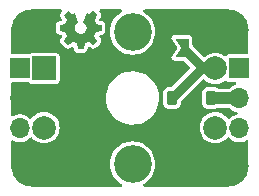
<source format=gbl>
%TF.GenerationSoftware,KiCad,Pcbnew,7.0.7*%
%TF.CreationDate,2023-09-18T16:35:53-04:00*%
%TF.ProjectId,Encoder Mount,456e636f-6465-4722-904d-6f756e742e6b,rev?*%
%TF.SameCoordinates,Original*%
%TF.FileFunction,Copper,L2,Bot*%
%TF.FilePolarity,Positive*%
%FSLAX46Y46*%
G04 Gerber Fmt 4.6, Leading zero omitted, Abs format (unit mm)*
G04 Created by KiCad (PCBNEW 7.0.7) date 2023-09-18 16:35:53*
%MOMM*%
%LPD*%
G01*
G04 APERTURE LIST*
G04 Aperture macros list*
%AMRoundRect*
0 Rectangle with rounded corners*
0 $1 Rounding radius*
0 $2 $3 $4 $5 $6 $7 $8 $9 X,Y pos of 4 corners*
0 Add a 4 corners polygon primitive as box body*
4,1,4,$2,$3,$4,$5,$6,$7,$8,$9,$2,$3,0*
0 Add four circle primitives for the rounded corners*
1,1,$1+$1,$2,$3*
1,1,$1+$1,$4,$5*
1,1,$1+$1,$6,$7*
1,1,$1+$1,$8,$9*
0 Add four rect primitives between the rounded corners*
20,1,$1+$1,$2,$3,$4,$5,0*
20,1,$1+$1,$4,$5,$6,$7,0*
20,1,$1+$1,$6,$7,$8,$9,0*
20,1,$1+$1,$8,$9,$2,$3,0*%
%AMFreePoly0*
4,1,6,1.000000,0.000000,0.500000,-0.750000,-0.500000,-0.750000,-0.500000,0.750000,0.500000,0.750000,1.000000,0.000000,1.000000,0.000000,$1*%
%AMFreePoly1*
4,1,6,0.500000,-0.750000,-0.650000,-0.750000,-0.150000,0.000000,-0.650000,0.750000,0.500000,0.750000,0.500000,-0.750000,0.500000,-0.750000,$1*%
G04 Aperture macros list end*
%TA.AperFunction,NonConductor*%
%ADD10C,0.000000*%
%TD*%
%TA.AperFunction,ComponentPad*%
%ADD11C,2.600000*%
%TD*%
%TA.AperFunction,ConnectorPad*%
%ADD12C,3.500000*%
%TD*%
%TA.AperFunction,ComponentPad*%
%ADD13R,2.000000X2.000000*%
%TD*%
%TA.AperFunction,ComponentPad*%
%ADD14C,2.000000*%
%TD*%
%TA.AperFunction,ComponentPad*%
%ADD15C,3.200000*%
%TD*%
%TA.AperFunction,ComponentPad*%
%ADD16R,1.700000X1.700000*%
%TD*%
%TA.AperFunction,ComponentPad*%
%ADD17O,1.700000X1.700000*%
%TD*%
%TA.AperFunction,SMDPad,CuDef*%
%ADD18FreePoly0,0.000000*%
%TD*%
%TA.AperFunction,SMDPad,CuDef*%
%ADD19FreePoly1,0.000000*%
%TD*%
%TA.AperFunction,SMDPad,CuDef*%
%ADD20RoundRect,0.225000X0.225000X0.375000X-0.225000X0.375000X-0.225000X-0.375000X0.225000X-0.375000X0*%
%TD*%
%TA.AperFunction,Conductor*%
%ADD21C,1.000000*%
%TD*%
%TA.AperFunction,Conductor*%
%ADD22C,0.800000*%
%TD*%
G04 APERTURE END LIST*
D10*
%TA.AperFunction,NonConductor*%
G36*
X96690619Y-92655690D02*
G01*
X96692651Y-92655959D01*
X96694653Y-92656385D01*
X96696609Y-92656970D01*
X96698503Y-92657710D01*
X96700319Y-92658604D01*
X96701193Y-92659109D01*
X96702043Y-92659651D01*
X96702865Y-92660232D01*
X96703658Y-92660850D01*
X96704420Y-92661506D01*
X96705149Y-92662200D01*
X97021751Y-92978749D01*
X97022450Y-92979483D01*
X97023110Y-92980249D01*
X97023733Y-92981047D01*
X97024317Y-92981873D01*
X97024863Y-92982726D01*
X97025371Y-92983603D01*
X97025841Y-92984504D01*
X97026271Y-92985426D01*
X97026663Y-92986367D01*
X97027016Y-92987325D01*
X97027603Y-92989285D01*
X97028032Y-92991290D01*
X97028301Y-92993326D01*
X97028408Y-92995376D01*
X97028353Y-92997425D01*
X97028134Y-92999458D01*
X97027963Y-93000463D01*
X97027750Y-93001459D01*
X97027495Y-93002442D01*
X97027199Y-93003412D01*
X97026860Y-93004367D01*
X97026479Y-93005303D01*
X97026056Y-93006220D01*
X97025590Y-93007116D01*
X97025081Y-93007988D01*
X97024530Y-93008835D01*
X96783499Y-93360048D01*
X96782416Y-93361786D01*
X96781451Y-93363654D01*
X96780604Y-93365636D01*
X96779877Y-93367713D01*
X96779272Y-93369869D01*
X96778789Y-93372086D01*
X96778430Y-93374347D01*
X96778197Y-93376636D01*
X96778091Y-93378933D01*
X96778113Y-93381224D01*
X96778264Y-93383489D01*
X96778547Y-93385712D01*
X96778961Y-93387876D01*
X96779509Y-93389963D01*
X96780193Y-93391956D01*
X96781012Y-93393838D01*
X96913474Y-93724730D01*
X96913802Y-93725694D01*
X96914176Y-93726655D01*
X96915053Y-93728564D01*
X96916093Y-93730445D01*
X96917283Y-93732286D01*
X96918610Y-93734075D01*
X96920062Y-93735802D01*
X96921625Y-93737453D01*
X96923288Y-93739018D01*
X96925037Y-93740486D01*
X96926860Y-93741843D01*
X96928744Y-93743080D01*
X96930677Y-93744183D01*
X96932645Y-93745142D01*
X96934637Y-93745945D01*
X96935637Y-93746284D01*
X96936639Y-93746580D01*
X96937640Y-93746831D01*
X96938638Y-93747036D01*
X97362936Y-93825995D01*
X97363923Y-93826201D01*
X97364897Y-93826455D01*
X97365858Y-93826757D01*
X97366804Y-93827105D01*
X97367734Y-93827497D01*
X97368647Y-93827931D01*
X97369541Y-93828406D01*
X97370415Y-93828922D01*
X97371269Y-93829475D01*
X97372100Y-93830065D01*
X97372908Y-93830690D01*
X97373691Y-93831348D01*
X97374448Y-93832038D01*
X97375177Y-93832759D01*
X97375879Y-93833509D01*
X97376550Y-93834287D01*
X97377191Y-93835090D01*
X97377799Y-93835918D01*
X97378373Y-93836769D01*
X97378913Y-93837641D01*
X97379417Y-93838534D01*
X97379884Y-93839444D01*
X97380312Y-93840372D01*
X97380700Y-93841314D01*
X97381048Y-93842271D01*
X97381353Y-93843240D01*
X97381614Y-93844220D01*
X97381831Y-93845209D01*
X97382002Y-93846205D01*
X97382126Y-93847208D01*
X97382201Y-93848216D01*
X97382226Y-93849227D01*
X97382279Y-94296916D01*
X97382256Y-94297929D01*
X97382184Y-94298939D01*
X97382062Y-94299943D01*
X97381894Y-94300940D01*
X97381680Y-94301929D01*
X97381420Y-94302909D01*
X97381118Y-94303877D01*
X97380773Y-94304833D01*
X97380386Y-94305775D01*
X97379961Y-94306701D01*
X97378994Y-94308501D01*
X97377884Y-94310221D01*
X97376639Y-94311850D01*
X97375270Y-94313375D01*
X97373787Y-94314786D01*
X97372199Y-94316069D01*
X97370516Y-94317214D01*
X97369643Y-94317731D01*
X97368750Y-94318209D01*
X97367838Y-94318647D01*
X97366908Y-94319042D01*
X97365963Y-94319394D01*
X97365002Y-94319701D01*
X97364028Y-94319962D01*
X97363042Y-94320175D01*
X96928054Y-94401065D01*
X96926060Y-94401529D01*
X96924056Y-94402168D01*
X96922054Y-94402971D01*
X96920068Y-94403927D01*
X96918112Y-94405024D01*
X96916199Y-94406252D01*
X96914341Y-94407599D01*
X96912552Y-94409053D01*
X96910845Y-94410604D01*
X96909233Y-94412240D01*
X96907730Y-94413950D01*
X96906349Y-94415723D01*
X96905103Y-94417547D01*
X96904006Y-94419410D01*
X96903069Y-94421303D01*
X96902308Y-94423213D01*
X96768972Y-94734285D01*
X96768109Y-94736148D01*
X96767383Y-94738121D01*
X96766794Y-94740189D01*
X96766341Y-94742335D01*
X96766022Y-94744540D01*
X96765837Y-94746789D01*
X96765785Y-94749065D01*
X96765863Y-94751349D01*
X96766072Y-94753626D01*
X96766410Y-94755878D01*
X96766876Y-94758088D01*
X96767469Y-94760239D01*
X96768188Y-94762315D01*
X96769032Y-94764298D01*
X96769999Y-94766171D01*
X96771089Y-94767917D01*
X97024530Y-95137308D01*
X97025077Y-95138155D01*
X97025581Y-95139027D01*
X97026044Y-95139922D01*
X97026464Y-95140839D01*
X97026842Y-95141775D01*
X97027179Y-95142729D01*
X97027727Y-95144681D01*
X97028111Y-95146680D01*
X97028330Y-95148710D01*
X97028386Y-95150757D01*
X97028281Y-95152804D01*
X97028015Y-95154837D01*
X97027589Y-95156840D01*
X97027005Y-95158798D01*
X97026264Y-95160695D01*
X97025367Y-95162516D01*
X97024860Y-95163393D01*
X97024315Y-95164245D01*
X97023731Y-95165071D01*
X97023109Y-95165868D01*
X97022449Y-95166634D01*
X97021751Y-95167368D01*
X96705202Y-95483917D01*
X96704468Y-95484615D01*
X96703702Y-95485276D01*
X96702905Y-95485898D01*
X96702080Y-95486483D01*
X96701229Y-95487029D01*
X96700352Y-95487537D01*
X96699453Y-95488006D01*
X96698533Y-95488437D01*
X96697594Y-95488829D01*
X96696638Y-95489181D01*
X96694683Y-95489769D01*
X96692682Y-95490197D01*
X96690652Y-95490466D01*
X96688607Y-95490574D01*
X96686562Y-95490519D01*
X96684534Y-95490300D01*
X96683531Y-95490129D01*
X96682537Y-95489916D01*
X96681555Y-95489661D01*
X96680587Y-95489364D01*
X96679634Y-95489026D01*
X96678698Y-95488645D01*
X96677782Y-95488222D01*
X96676887Y-95487756D01*
X96676016Y-95487247D01*
X96675169Y-95486696D01*
X96299295Y-95228757D01*
X96297556Y-95227670D01*
X96295686Y-95226702D01*
X96293703Y-95225854D01*
X96291622Y-95225128D01*
X96289463Y-95224524D01*
X96287243Y-95224044D01*
X96284978Y-95223690D01*
X96282687Y-95223461D01*
X96280387Y-95223360D01*
X96278096Y-95223388D01*
X96275830Y-95223545D01*
X96273608Y-95223834D01*
X96271447Y-95224254D01*
X96269365Y-95224809D01*
X96267378Y-95225498D01*
X96265504Y-95226322D01*
X95963958Y-95349761D01*
X95962999Y-95350102D01*
X95962043Y-95350489D01*
X95961091Y-95350919D01*
X95960145Y-95351392D01*
X95958276Y-95352459D01*
X95956448Y-95353676D01*
X95954670Y-95355029D01*
X95952955Y-95356506D01*
X95951314Y-95358094D01*
X95949758Y-95359780D01*
X95948299Y-95361551D01*
X95946947Y-95363393D01*
X95945715Y-95365293D01*
X95944612Y-95367239D01*
X95943651Y-95369218D01*
X95942843Y-95371215D01*
X95942199Y-95373219D01*
X95941943Y-95374220D01*
X95941731Y-95375217D01*
X95857983Y-95825128D01*
X95857775Y-95826117D01*
X95857518Y-95827093D01*
X95857215Y-95828056D01*
X95856866Y-95829003D01*
X95856474Y-95829935D01*
X95856039Y-95830848D01*
X95855564Y-95831744D01*
X95855049Y-95832619D01*
X95854496Y-95833472D01*
X95853907Y-95834304D01*
X95853284Y-95835112D01*
X95852626Y-95835894D01*
X95851937Y-95836651D01*
X95851218Y-95837381D01*
X95850470Y-95838081D01*
X95849694Y-95838752D01*
X95848893Y-95839392D01*
X95848067Y-95839999D01*
X95847218Y-95840573D01*
X95846347Y-95841112D01*
X95845457Y-95841615D01*
X95844549Y-95842081D01*
X95843623Y-95842509D01*
X95842682Y-95842896D01*
X95841727Y-95843243D01*
X95840760Y-95843547D01*
X95839781Y-95843808D01*
X95838793Y-95844024D01*
X95837798Y-95844195D01*
X95836795Y-95844318D01*
X95835788Y-95844393D01*
X95834777Y-95844418D01*
X95387062Y-95844418D01*
X95386053Y-95844393D01*
X95385048Y-95844318D01*
X95384048Y-95844195D01*
X95383054Y-95844024D01*
X95382068Y-95843808D01*
X95381091Y-95843547D01*
X95380125Y-95843243D01*
X95379172Y-95842896D01*
X95378232Y-95842509D01*
X95377308Y-95842081D01*
X95375511Y-95841112D01*
X95373794Y-95839999D01*
X95372167Y-95838752D01*
X95370645Y-95837381D01*
X95369237Y-95835894D01*
X95367957Y-95834304D01*
X95367368Y-95833472D01*
X95366815Y-95832619D01*
X95366301Y-95831744D01*
X95365825Y-95830848D01*
X95365391Y-95829935D01*
X95364998Y-95829003D01*
X95364650Y-95828056D01*
X95364347Y-95827093D01*
X95364090Y-95826117D01*
X95363882Y-95825128D01*
X95280160Y-95375217D01*
X95279692Y-95373219D01*
X95279049Y-95371215D01*
X95278242Y-95369218D01*
X95277283Y-95367239D01*
X95276182Y-95365293D01*
X95274951Y-95363393D01*
X95273601Y-95361551D01*
X95272143Y-95359780D01*
X95270588Y-95358094D01*
X95268947Y-95356506D01*
X95267233Y-95355029D01*
X95265455Y-95353676D01*
X95263625Y-95352459D01*
X95261753Y-95351392D01*
X95259853Y-95350489D01*
X95257933Y-95349761D01*
X94956360Y-95226322D01*
X94954482Y-95225498D01*
X94952492Y-95224809D01*
X94950405Y-95224254D01*
X94948242Y-95223834D01*
X94946017Y-95223545D01*
X94943750Y-95223388D01*
X94941458Y-95223360D01*
X94939158Y-95223461D01*
X94936867Y-95223690D01*
X94934603Y-95224044D01*
X94932385Y-95224524D01*
X94930228Y-95225128D01*
X94928150Y-95225854D01*
X94926170Y-95226702D01*
X94924304Y-95227670D01*
X94922570Y-95228757D01*
X94546722Y-95486696D01*
X94545873Y-95487247D01*
X94544999Y-95487756D01*
X94544101Y-95488222D01*
X94543183Y-95488645D01*
X94542245Y-95489026D01*
X94541290Y-95489364D01*
X94539335Y-95489916D01*
X94537334Y-95490300D01*
X94535302Y-95490519D01*
X94533254Y-95490574D01*
X94531206Y-95490466D01*
X94529174Y-95490197D01*
X94527171Y-95489769D01*
X94525215Y-95489181D01*
X94523321Y-95488437D01*
X94521502Y-95487537D01*
X94520627Y-95487029D01*
X94519777Y-95486483D01*
X94518953Y-95485898D01*
X94518158Y-95485276D01*
X94517394Y-95484615D01*
X94516663Y-95483917D01*
X94200087Y-95167368D01*
X94199391Y-95166634D01*
X94198733Y-95165868D01*
X94198112Y-95165071D01*
X94197529Y-95164245D01*
X94196984Y-95163393D01*
X94196477Y-95162516D01*
X94196008Y-95161616D01*
X94195578Y-95160695D01*
X94195187Y-95159755D01*
X94194834Y-95158798D01*
X94194247Y-95156840D01*
X94193818Y-95154837D01*
X94193548Y-95152804D01*
X94193439Y-95150757D01*
X94193492Y-95148710D01*
X94193709Y-95146680D01*
X94193880Y-95145675D01*
X94194092Y-95144681D01*
X94194346Y-95143698D01*
X94194642Y-95142729D01*
X94194980Y-95141775D01*
X94195360Y-95140839D01*
X94195783Y-95139922D01*
X94196249Y-95139027D01*
X94196757Y-95138155D01*
X94197308Y-95137308D01*
X94450776Y-94767917D01*
X94451856Y-94766171D01*
X94452816Y-94764298D01*
X94453652Y-94762315D01*
X94454366Y-94760239D01*
X94454954Y-94758088D01*
X94455416Y-94755878D01*
X94455751Y-94753626D01*
X94455959Y-94751349D01*
X94456036Y-94749065D01*
X94455984Y-94746789D01*
X94455800Y-94744540D01*
X94455483Y-94742335D01*
X94455032Y-94740189D01*
X94454446Y-94738121D01*
X94453725Y-94736148D01*
X94452866Y-94734285D01*
X94319504Y-94423213D01*
X94319148Y-94422257D01*
X94318747Y-94421303D01*
X94317816Y-94419410D01*
X94316723Y-94417547D01*
X94315481Y-94415723D01*
X94314104Y-94413950D01*
X94312604Y-94412240D01*
X94310995Y-94410604D01*
X94309290Y-94409053D01*
X94307502Y-94407599D01*
X94305644Y-94406252D01*
X94303728Y-94405024D01*
X94301770Y-94403927D01*
X94299780Y-94402971D01*
X94297773Y-94402168D01*
X94295761Y-94401529D01*
X94294757Y-94401275D01*
X94293758Y-94401065D01*
X93858796Y-94320175D01*
X93857805Y-94319962D01*
X93856827Y-94319701D01*
X93855863Y-94319394D01*
X93854914Y-94319042D01*
X93853981Y-94318647D01*
X93853066Y-94318209D01*
X93852171Y-94317732D01*
X93851295Y-94317215D01*
X93850441Y-94316660D01*
X93849609Y-94316070D01*
X93848801Y-94315445D01*
X93848019Y-94314787D01*
X93847262Y-94314097D01*
X93846533Y-94313377D01*
X93845833Y-94312629D01*
X93845163Y-94311853D01*
X93844524Y-94311052D01*
X93843917Y-94310226D01*
X93843344Y-94309377D01*
X93842805Y-94308508D01*
X93842303Y-94307618D01*
X93841838Y-94306710D01*
X93841412Y-94305785D01*
X93841025Y-94304844D01*
X93840679Y-94303890D01*
X93840375Y-94302923D01*
X93840115Y-94301945D01*
X93839899Y-94300958D01*
X93839729Y-94299963D01*
X93839606Y-94298961D01*
X93839532Y-94297953D01*
X93839507Y-94296943D01*
X93839533Y-93849254D01*
X93839558Y-93848243D01*
X93839633Y-93847235D01*
X93839756Y-93846232D01*
X93839927Y-93845235D01*
X93840143Y-93844246D01*
X93840404Y-93843266D01*
X93840708Y-93842297D01*
X93841055Y-93841341D01*
X93841870Y-93839471D01*
X93842839Y-93837668D01*
X93843952Y-93835945D01*
X93845199Y-93834313D01*
X93846571Y-93832786D01*
X93848057Y-93831374D01*
X93849647Y-93830091D01*
X93850479Y-93829501D01*
X93851333Y-93828948D01*
X93852208Y-93828433D01*
X93853103Y-93827957D01*
X93854016Y-93827523D01*
X93854948Y-93827131D01*
X93855895Y-93826784D01*
X93856858Y-93826482D01*
X93857834Y-93826227D01*
X93858823Y-93826021D01*
X94283120Y-93747063D01*
X94284117Y-93746858D01*
X94285117Y-93746607D01*
X94287117Y-93745972D01*
X94289109Y-93745169D01*
X94291079Y-93744210D01*
X94293015Y-93743106D01*
X94294903Y-93741870D01*
X94296730Y-93740512D01*
X94298484Y-93739045D01*
X94300152Y-93737480D01*
X94301720Y-93735828D01*
X94303175Y-93734102D01*
X94304505Y-93732312D01*
X94305697Y-93730471D01*
X94306737Y-93728591D01*
X94307613Y-93726682D01*
X94307985Y-93725720D01*
X94308311Y-93724756D01*
X94440773Y-93393865D01*
X94441593Y-93391983D01*
X94442277Y-93389989D01*
X94442826Y-93387902D01*
X94443242Y-93385739D01*
X94443526Y-93383515D01*
X94443678Y-93381250D01*
X94443701Y-93378960D01*
X94443595Y-93376662D01*
X94443361Y-93374374D01*
X94443002Y-93372112D01*
X94442517Y-93369895D01*
X94441908Y-93367739D01*
X94441177Y-93365662D01*
X94440325Y-93363681D01*
X94439352Y-93361812D01*
X94438260Y-93360074D01*
X94197255Y-93008861D01*
X94196706Y-93008015D01*
X94196200Y-93007142D01*
X94195736Y-93006247D01*
X94195315Y-93005330D01*
X94194936Y-93004393D01*
X94194599Y-93003439D01*
X94194050Y-93001485D01*
X94193668Y-92999484D01*
X94193451Y-92997451D01*
X94193397Y-92995402D01*
X94193505Y-92993352D01*
X94193773Y-92991317D01*
X94194201Y-92989311D01*
X94194787Y-92987351D01*
X94195529Y-92985452D01*
X94196426Y-92983630D01*
X94196932Y-92982752D01*
X94197477Y-92981899D01*
X94198059Y-92981073D01*
X94198680Y-92980276D01*
X94199338Y-92979510D01*
X94200034Y-92978776D01*
X94516636Y-92662226D01*
X94517368Y-92661533D01*
X94518132Y-92660877D01*
X94518927Y-92660259D01*
X94519750Y-92659678D01*
X94520601Y-92659135D01*
X94521476Y-92658631D01*
X94522374Y-92658164D01*
X94523294Y-92657736D01*
X94524233Y-92657347D01*
X94525189Y-92656996D01*
X94527145Y-92656412D01*
X94529147Y-92655985D01*
X94531180Y-92655717D01*
X94533228Y-92655609D01*
X94535275Y-92655662D01*
X94537307Y-92655878D01*
X94538313Y-92656047D01*
X94539309Y-92656258D01*
X94540293Y-92656510D01*
X94541263Y-92656803D01*
X94542219Y-92657139D01*
X94543156Y-92657516D01*
X94544075Y-92657935D01*
X94544972Y-92658397D01*
X94545847Y-92658901D01*
X94546696Y-92659448D01*
X94891690Y-92896245D01*
X94893425Y-92897320D01*
X94895283Y-92898264D01*
X94897249Y-92899075D01*
X94899303Y-92899753D01*
X94901431Y-92900298D01*
X94903614Y-92900710D01*
X94905836Y-92900987D01*
X94908080Y-92901130D01*
X94910328Y-92901138D01*
X94912564Y-92901011D01*
X94914770Y-92900748D01*
X94916930Y-92900349D01*
X94919027Y-92899813D01*
X94921043Y-92899141D01*
X94922962Y-92898330D01*
X94924766Y-92897382D01*
X95076916Y-92816148D01*
X95077823Y-92815713D01*
X95078738Y-92815331D01*
X95079660Y-92815001D01*
X95080586Y-92814722D01*
X95081515Y-92814494D01*
X95082446Y-92814316D01*
X95083377Y-92814187D01*
X95084305Y-92814108D01*
X95085231Y-92814077D01*
X95086152Y-92814094D01*
X95087066Y-92814158D01*
X95087972Y-92814269D01*
X95088868Y-92814425D01*
X95089753Y-92814628D01*
X95090625Y-92814875D01*
X95091482Y-92815166D01*
X95092323Y-92815501D01*
X95093147Y-92815879D01*
X95093951Y-92816299D01*
X95094735Y-92816761D01*
X95095495Y-92817265D01*
X95096232Y-92817809D01*
X95096943Y-92818393D01*
X95097627Y-92819017D01*
X95098282Y-92819680D01*
X95098906Y-92820381D01*
X95099498Y-92821119D01*
X95100056Y-92821895D01*
X95100579Y-92822707D01*
X95101066Y-92823555D01*
X95101513Y-92824438D01*
X95101921Y-92825357D01*
X95415639Y-93583377D01*
X95416004Y-93584320D01*
X95416321Y-93585277D01*
X95416591Y-93586247D01*
X95416814Y-93587227D01*
X95416990Y-93588217D01*
X95417121Y-93589213D01*
X95417248Y-93591220D01*
X95417199Y-93593235D01*
X95416979Y-93595241D01*
X95416593Y-93597226D01*
X95416046Y-93599174D01*
X95415342Y-93601071D01*
X95414486Y-93602903D01*
X95413484Y-93604655D01*
X95412339Y-93606313D01*
X95411056Y-93607863D01*
X95410365Y-93608592D01*
X95409641Y-93609289D01*
X95408885Y-93609952D01*
X95408097Y-93610579D01*
X95407279Y-93611167D01*
X95406431Y-93611716D01*
X95368354Y-93635028D01*
X95365605Y-93636773D01*
X95362675Y-93638765D01*
X95359616Y-93640961D01*
X95356483Y-93643317D01*
X95353328Y-93645789D01*
X95350206Y-93648334D01*
X95347170Y-93650909D01*
X95344274Y-93653471D01*
X95319073Y-93670724D01*
X95295020Y-93689457D01*
X95272182Y-93709604D01*
X95250625Y-93731100D01*
X95230415Y-93753880D01*
X95211617Y-93777878D01*
X95194297Y-93803030D01*
X95178521Y-93829269D01*
X95164355Y-93856531D01*
X95157896Y-93870526D01*
X95151864Y-93884751D01*
X95146267Y-93899199D01*
X95141114Y-93913863D01*
X95136413Y-93928733D01*
X95132172Y-93943801D01*
X95128398Y-93959060D01*
X95125102Y-93974501D01*
X95122289Y-93990116D01*
X95119970Y-94005898D01*
X95118152Y-94021837D01*
X95116843Y-94037925D01*
X95116052Y-94054155D01*
X95115786Y-94070518D01*
X95116430Y-94095997D01*
X95118343Y-94121141D01*
X95121491Y-94145919D01*
X95125846Y-94170301D01*
X95131375Y-94194255D01*
X95138047Y-94217750D01*
X95145831Y-94240754D01*
X95154697Y-94263238D01*
X95164613Y-94285170D01*
X95175547Y-94306518D01*
X95187469Y-94327251D01*
X95200348Y-94347339D01*
X95214153Y-94366751D01*
X95228851Y-94385454D01*
X95244413Y-94403419D01*
X95260807Y-94420613D01*
X95278003Y-94437007D01*
X95295968Y-94452568D01*
X95314672Y-94467266D01*
X95334083Y-94481070D01*
X95354171Y-94493948D01*
X95374905Y-94505869D01*
X95396253Y-94516803D01*
X95418184Y-94526717D01*
X95440667Y-94535582D01*
X95463671Y-94543366D01*
X95487165Y-94550038D01*
X95511118Y-94555566D01*
X95535498Y-94559920D01*
X95560275Y-94563069D01*
X95585417Y-94564980D01*
X95610893Y-94565625D01*
X95636369Y-94564980D01*
X95661511Y-94563069D01*
X95686287Y-94559920D01*
X95710667Y-94555566D01*
X95734619Y-94550038D01*
X95758112Y-94543366D01*
X95781115Y-94535582D01*
X95803597Y-94526717D01*
X95825528Y-94516803D01*
X95846874Y-94505869D01*
X95867607Y-94493948D01*
X95887694Y-94481070D01*
X95907104Y-94467266D01*
X95925807Y-94452568D01*
X95943771Y-94437007D01*
X95960965Y-94420613D01*
X95977358Y-94403419D01*
X95992918Y-94385454D01*
X96007616Y-94366751D01*
X96021419Y-94347339D01*
X96034297Y-94327251D01*
X96046218Y-94306518D01*
X96057151Y-94285170D01*
X96067066Y-94263238D01*
X96075931Y-94240754D01*
X96083714Y-94217750D01*
X96090386Y-94194255D01*
X96095914Y-94170301D01*
X96100268Y-94145919D01*
X96103417Y-94121141D01*
X96105329Y-94095997D01*
X96105973Y-94070518D01*
X96104916Y-94037925D01*
X96101790Y-94005898D01*
X96096660Y-93974501D01*
X96089591Y-93943801D01*
X96080650Y-93913863D01*
X96069902Y-93884751D01*
X96057413Y-93856531D01*
X96043248Y-93829269D01*
X96027473Y-93803030D01*
X96010153Y-93777878D01*
X95991356Y-93753880D01*
X95971145Y-93731100D01*
X95949586Y-93709604D01*
X95926747Y-93689457D01*
X95902691Y-93670724D01*
X95877484Y-93653471D01*
X95874605Y-93650909D01*
X95871580Y-93648334D01*
X95868464Y-93645789D01*
X95865312Y-93643317D01*
X95862181Y-93640961D01*
X95859125Y-93638765D01*
X95856199Y-93636773D01*
X95853458Y-93635028D01*
X95815381Y-93611716D01*
X95814537Y-93611167D01*
X95813723Y-93610579D01*
X95812940Y-93609952D01*
X95812187Y-93609289D01*
X95811466Y-93608592D01*
X95810778Y-93607863D01*
X95810122Y-93607102D01*
X95809499Y-93606313D01*
X95808911Y-93605497D01*
X95808357Y-93604655D01*
X95807838Y-93603790D01*
X95807356Y-93602903D01*
X95806909Y-93601996D01*
X95806500Y-93601071D01*
X95806129Y-93600129D01*
X95805796Y-93599174D01*
X95805501Y-93598205D01*
X95805247Y-93597226D01*
X95805032Y-93596237D01*
X95804858Y-93595241D01*
X95804726Y-93594240D01*
X95804635Y-93593235D01*
X95804587Y-93592228D01*
X95804583Y-93591220D01*
X95804622Y-93590215D01*
X95804705Y-93589213D01*
X95804834Y-93588217D01*
X95805008Y-93587227D01*
X95805228Y-93586247D01*
X95805495Y-93585277D01*
X95805810Y-93584320D01*
X95806173Y-93583377D01*
X96119865Y-92825330D01*
X96120272Y-92824412D01*
X96120720Y-92823529D01*
X96121205Y-92822681D01*
X96121728Y-92821869D01*
X96122286Y-92821094D01*
X96122877Y-92820356D01*
X96123501Y-92819656D01*
X96124155Y-92818994D01*
X96124838Y-92818371D01*
X96125548Y-92817788D01*
X96126284Y-92817245D01*
X96127044Y-92816742D01*
X96127826Y-92816280D01*
X96128630Y-92815861D01*
X96129453Y-92815484D01*
X96130293Y-92815149D01*
X96131150Y-92814859D01*
X96132022Y-92814612D01*
X96132906Y-92814410D01*
X96133802Y-92814254D01*
X96134708Y-92814143D01*
X96135622Y-92814079D01*
X96136543Y-92814062D01*
X96137469Y-92814093D01*
X96138398Y-92814171D01*
X96139330Y-92814299D01*
X96140261Y-92814476D01*
X96141192Y-92814703D01*
X96142119Y-92814980D01*
X96143043Y-92815309D01*
X96143960Y-92815689D01*
X96144870Y-92816122D01*
X96297019Y-92897356D01*
X96298828Y-92898304D01*
X96300750Y-92899115D01*
X96302768Y-92899789D01*
X96304866Y-92900326D01*
X96307027Y-92900727D01*
X96309233Y-92900992D01*
X96311469Y-92901120D01*
X96313716Y-92901114D01*
X96315958Y-92900972D01*
X96318178Y-92900695D01*
X96320360Y-92900283D01*
X96322486Y-92899738D01*
X96324539Y-92899058D01*
X96326503Y-92898245D01*
X96328361Y-92897298D01*
X96330095Y-92896218D01*
X96675116Y-92659421D01*
X96675963Y-92658875D01*
X96676835Y-92658371D01*
X96677731Y-92657909D01*
X96678648Y-92657490D01*
X96679584Y-92657112D01*
X96680538Y-92656777D01*
X96682491Y-92656231D01*
X96684492Y-92655851D01*
X96686523Y-92655635D01*
X96688571Y-92655582D01*
X96690619Y-92655690D01*
G37*
%TD.AperFunction*%
D11*
X91460000Y-94250000D03*
D12*
X91460000Y-94250000D03*
D11*
X108040000Y-94250000D03*
D12*
X108040000Y-94250000D03*
D13*
X92500000Y-97499999D03*
D14*
X92500000Y-102499999D03*
X92500000Y-99999999D03*
D15*
X100000000Y-94399999D03*
X100000000Y-105599999D03*
D14*
X107000000Y-102499999D03*
X107000000Y-97499999D03*
D11*
X108040000Y-105750000D03*
D12*
X108040000Y-105750000D03*
D16*
X109040000Y-97474999D03*
D17*
X109040000Y-100014999D03*
X109040000Y-102554999D03*
D16*
X90460000Y-97474999D03*
D17*
X90460000Y-100014999D03*
X90460000Y-102554999D03*
D11*
X91460000Y-105750000D03*
D12*
X91460000Y-105750000D03*
D18*
X102800000Y-95750000D03*
D19*
X104250000Y-95750000D03*
D20*
X106650000Y-100000000D03*
X103350000Y-100000000D03*
D21*
X109027500Y-100027499D02*
X107000000Y-100027499D01*
D22*
X103350000Y-100000000D02*
X105850001Y-97499999D01*
X105999999Y-97499999D02*
X104500000Y-96000000D01*
X105850001Y-97499999D02*
X107000000Y-97499999D01*
X107000000Y-97499999D02*
X105999999Y-97499999D01*
%TA.AperFunction,Conductor*%
G36*
X93991998Y-92520185D02*
G01*
X94037753Y-92572989D01*
X94047697Y-92642147D01*
X94018672Y-92705703D01*
X94000315Y-92722976D01*
X93997693Y-92724981D01*
X93996829Y-92725809D01*
X93979246Y-92740588D01*
X93978986Y-92740279D01*
X93978552Y-92740669D01*
X93979050Y-92741188D01*
X93971217Y-92748696D01*
X93970753Y-92749330D01*
X93958321Y-92762304D01*
X93958357Y-92762336D01*
X93951190Y-92770481D01*
X93951131Y-92770579D01*
X93940017Y-92784307D01*
X93940144Y-92784402D01*
X93933140Y-92793817D01*
X93923909Y-92807327D01*
X93924097Y-92807445D01*
X93917455Y-92818056D01*
X93909876Y-92831308D01*
X93910107Y-92831428D01*
X93902463Y-92846109D01*
X93895349Y-92862489D01*
X93895096Y-92862982D01*
X93893523Y-92867155D01*
X93892867Y-92868699D01*
X93892556Y-92869727D01*
X93889508Y-92877789D01*
X93889205Y-92878458D01*
X93884777Y-92892146D01*
X93884754Y-92892189D01*
X93884745Y-92892243D01*
X93884318Y-92893566D01*
X93884018Y-92894324D01*
X93883988Y-92894471D01*
X93880258Y-92908228D01*
X93879842Y-92909443D01*
X93878675Y-92914679D01*
X93876733Y-92922516D01*
X93874025Y-92937949D01*
X93873829Y-92938702D01*
X93872517Y-92946799D01*
X93872220Y-92948115D01*
X93872019Y-92949605D01*
X93871985Y-92950332D01*
X93870830Y-92960983D01*
X93870050Y-92960898D01*
X93869565Y-92966171D01*
X93870339Y-92966230D01*
X93869543Y-92976801D01*
X93869445Y-92977512D01*
X93869362Y-92979203D01*
X93869358Y-92979244D01*
X93869411Y-92980615D01*
X93869203Y-92989510D01*
X93869272Y-92989511D01*
X93869124Y-93005098D01*
X93869601Y-93013246D01*
X93869783Y-93018402D01*
X93869949Y-93019534D01*
X93871123Y-93033936D01*
X93871129Y-93034201D01*
X93871306Y-93035109D01*
X93871463Y-93036320D01*
X93871462Y-93036362D01*
X93871473Y-93036397D01*
X93873336Y-93050731D01*
X93873522Y-93051486D01*
X93875051Y-93060005D01*
X93875162Y-93061007D01*
X93875501Y-93062546D01*
X93876263Y-93066812D01*
X93876342Y-93067077D01*
X93880462Y-93084951D01*
X93885317Y-93100840D01*
X93885054Y-93100920D01*
X93889960Y-93114969D01*
X93894650Y-93126869D01*
X93894431Y-93126955D01*
X93900893Y-93141604D01*
X93906163Y-93152364D01*
X93906029Y-93152429D01*
X93914467Y-93168000D01*
X93914530Y-93168165D01*
X93920087Y-93177483D01*
X93920054Y-93177502D01*
X93929920Y-93192549D01*
X93930289Y-93193316D01*
X93936618Y-93202126D01*
X93936043Y-93202538D01*
X93936461Y-93203080D01*
X93936763Y-93202832D01*
X93951079Y-93220226D01*
X93951871Y-93221327D01*
X93959510Y-93229803D01*
X93964581Y-93236238D01*
X94005252Y-93295509D01*
X94026951Y-93361923D01*
X94009300Y-93429526D01*
X93957901Y-93476855D01*
X93925694Y-93487574D01*
X93855018Y-93500726D01*
X93846708Y-93501699D01*
X93836465Y-93502202D01*
X93835271Y-93502394D01*
X93820750Y-93503773D01*
X93819479Y-93504037D01*
X93805339Y-93506026D01*
X93803738Y-93506433D01*
X93790610Y-93508861D01*
X93788939Y-93509363D01*
X93776165Y-93512294D01*
X93774461Y-93512886D01*
X93754383Y-93518395D01*
X93754482Y-93518683D01*
X93743839Y-93522326D01*
X93727956Y-93528493D01*
X93728035Y-93528675D01*
X93716301Y-93533786D01*
X93702914Y-93540259D01*
X93703043Y-93540501D01*
X93689011Y-93547979D01*
X93674324Y-93557074D01*
X93674039Y-93557226D01*
X93669310Y-93560492D01*
X93663509Y-93564207D01*
X93647914Y-93576136D01*
X93647141Y-93576652D01*
X93645706Y-93577798D01*
X93645096Y-93578381D01*
X93635522Y-93586453D01*
X93634717Y-93587047D01*
X93630047Y-93591374D01*
X93624113Y-93596668D01*
X93613007Y-93607943D01*
X93612005Y-93608836D01*
X93610519Y-93610487D01*
X93604030Y-93617312D01*
X93593487Y-93630094D01*
X93592281Y-93631374D01*
X93592151Y-93631547D01*
X93590207Y-93633990D01*
X93589996Y-93634241D01*
X93589094Y-93635593D01*
X93583841Y-93642447D01*
X93583136Y-93643260D01*
X93581662Y-93645292D01*
X93580770Y-93646456D01*
X93579937Y-93647831D01*
X93570866Y-93660824D01*
X93566488Y-93668084D01*
X93563779Y-93672365D01*
X93563204Y-93673544D01*
X93556392Y-93685469D01*
X93556143Y-93685849D01*
X93555742Y-93686779D01*
X93555273Y-93687698D01*
X93555226Y-93687763D01*
X93555205Y-93687832D01*
X93548585Y-93700832D01*
X93548329Y-93701515D01*
X93544913Y-93709104D01*
X93544383Y-93710097D01*
X93543642Y-93711933D01*
X93541835Y-93715948D01*
X93541697Y-93716378D01*
X93535086Y-93733230D01*
X93533425Y-93738544D01*
X93532845Y-93740255D01*
X93532690Y-93740892D01*
X93530148Y-93749025D01*
X93529880Y-93748941D01*
X93525999Y-93763303D01*
X93523146Y-93775804D01*
X93522930Y-93775754D01*
X93519923Y-93791890D01*
X93518242Y-93803476D01*
X93518090Y-93803454D01*
X93516271Y-93821049D01*
X93516236Y-93821192D01*
X93515564Y-93832023D01*
X93515256Y-93832003D01*
X93515274Y-93853967D01*
X93515178Y-93855448D01*
X93515793Y-93869088D01*
X93515761Y-93870639D01*
X93517036Y-93884961D01*
X93517067Y-93886233D01*
X93518473Y-93896659D01*
X93519029Y-93904957D01*
X93519009Y-94241145D01*
X93518456Y-94249405D01*
X93517023Y-94260067D01*
X93516989Y-94261497D01*
X93515743Y-94275436D01*
X93515771Y-94276802D01*
X93515142Y-94290913D01*
X93515247Y-94292530D01*
X93515232Y-94305958D01*
X93515425Y-94307743D01*
X93515955Y-94320638D01*
X93516244Y-94322565D01*
X93517275Y-94335023D01*
X93517632Y-94336872D01*
X93519198Y-94349414D01*
X93519685Y-94351476D01*
X93521648Y-94363298D01*
X93522167Y-94365153D01*
X93524735Y-94377435D01*
X93525465Y-94379693D01*
X93528165Y-94390508D01*
X93528916Y-94392553D01*
X93532774Y-94405735D01*
X93533080Y-94406574D01*
X93534417Y-94411325D01*
X93537144Y-94418276D01*
X93541483Y-94429334D01*
X93541694Y-94429992D01*
X93542327Y-94431400D01*
X93542334Y-94431418D01*
X93548361Y-94444827D01*
X93548573Y-94445393D01*
X93554033Y-94456104D01*
X93555518Y-94459238D01*
X93560213Y-94467472D01*
X93562542Y-94471914D01*
X93565162Y-94476054D01*
X93565164Y-94476058D01*
X93565166Y-94476060D01*
X93567152Y-94479198D01*
X93570077Y-94484269D01*
X93580099Y-94498641D01*
X93580819Y-94499831D01*
X93581794Y-94501103D01*
X93583256Y-94503110D01*
X93583954Y-94503913D01*
X93589052Y-94510582D01*
X93589927Y-94511896D01*
X93590234Y-94512262D01*
X93591783Y-94514211D01*
X93592516Y-94514985D01*
X93595730Y-94518823D01*
X93598637Y-94522349D01*
X93599375Y-94523368D01*
X93601259Y-94525541D01*
X93601557Y-94525903D01*
X93602754Y-94527072D01*
X93608377Y-94533337D01*
X93609002Y-94534126D01*
X93610730Y-94535956D01*
X93611725Y-94537065D01*
X93612978Y-94538186D01*
X93625012Y-94550468D01*
X93629549Y-94554353D01*
X93635886Y-94560252D01*
X93639924Y-94563427D01*
X93646931Y-94569380D01*
X93650021Y-94571625D01*
X93659026Y-94578576D01*
X93659779Y-94579034D01*
X93670426Y-94586474D01*
X93670429Y-94586477D01*
X93670432Y-94586478D01*
X93672571Y-94587973D01*
X93673029Y-94588222D01*
X93684716Y-94595559D01*
X93684719Y-94595561D01*
X93684721Y-94595562D01*
X93685526Y-94596067D01*
X93685530Y-94596070D01*
X93689498Y-94598561D01*
X93693752Y-94600665D01*
X93695353Y-94601608D01*
X93699295Y-94603608D01*
X93699298Y-94603610D01*
X93699300Y-94603610D01*
X93707430Y-94607735D01*
X93709399Y-94608907D01*
X93711555Y-94609896D01*
X93711558Y-94609898D01*
X93711560Y-94609898D01*
X93720154Y-94613841D01*
X93722060Y-94614876D01*
X93724267Y-94615783D01*
X93724270Y-94615785D01*
X93724272Y-94615785D01*
X93732846Y-94619310D01*
X93734839Y-94620291D01*
X93737069Y-94621106D01*
X93737074Y-94621109D01*
X93737079Y-94621109D01*
X93746411Y-94624521D01*
X93748257Y-94625339D01*
X93760200Y-94629155D01*
X93761995Y-94629863D01*
X93764332Y-94630504D01*
X93764336Y-94630506D01*
X93764339Y-94630506D01*
X93773669Y-94633066D01*
X93775646Y-94633753D01*
X93777976Y-94634291D01*
X93777979Y-94634293D01*
X93777981Y-94634293D01*
X93788588Y-94636746D01*
X93790181Y-94637226D01*
X93792587Y-94637673D01*
X93792593Y-94637676D01*
X93792599Y-94637676D01*
X93803468Y-94639699D01*
X93805026Y-94640096D01*
X93807454Y-94640439D01*
X93807458Y-94640441D01*
X93807461Y-94640440D01*
X93818282Y-94641973D01*
X93819887Y-94642308D01*
X93822332Y-94642547D01*
X93822336Y-94642548D01*
X93822339Y-94642547D01*
X93834527Y-94643739D01*
X93835665Y-94643924D01*
X93838179Y-94644053D01*
X93838187Y-94644055D01*
X93838194Y-94644054D01*
X93846842Y-94644499D01*
X93855000Y-94645463D01*
X93925716Y-94658614D01*
X93988025Y-94690225D01*
X94023353Y-94750505D01*
X94020484Y-94820315D01*
X94005287Y-94850681D01*
X93964607Y-94909966D01*
X93959484Y-94916459D01*
X93952191Y-94924530D01*
X93951441Y-94925571D01*
X93942314Y-94936639D01*
X93941489Y-94937899D01*
X93933199Y-94948905D01*
X93932398Y-94950252D01*
X93924709Y-94961446D01*
X93923896Y-94962958D01*
X93916936Y-94974080D01*
X93916100Y-94975807D01*
X93905955Y-94993624D01*
X93906227Y-94993757D01*
X93901159Y-95004102D01*
X93894434Y-95019354D01*
X93894630Y-95019431D01*
X93889997Y-95031202D01*
X93885037Y-95045438D01*
X93885290Y-95045516D01*
X93880556Y-95061047D01*
X93876586Y-95078185D01*
X93876441Y-95078669D01*
X93875572Y-95083485D01*
X93874049Y-95090405D01*
X93871410Y-95110455D01*
X93871201Y-95111517D01*
X93871144Y-95112032D01*
X93871127Y-95112755D01*
X93870001Y-95126287D01*
X93869846Y-95127328D01*
X93869640Y-95132966D01*
X93869171Y-95141074D01*
X93869307Y-95156866D01*
X93869222Y-95158369D01*
X93869316Y-95160131D01*
X93869383Y-95162511D01*
X93869495Y-95163475D01*
X93869938Y-95171852D01*
X93869917Y-95173504D01*
X93869982Y-95174176D01*
X93870159Y-95176685D01*
X93870324Y-95177719D01*
X93871181Y-95186597D01*
X93871235Y-95188389D01*
X93871574Y-95191361D01*
X93871598Y-95191643D01*
X93871893Y-95193117D01*
X93873042Y-95201747D01*
X93873115Y-95202802D01*
X93873498Y-95205235D01*
X93873688Y-95206676D01*
X93874057Y-95208179D01*
X93876847Y-95223938D01*
X93878872Y-95232126D01*
X93879934Y-95236875D01*
X93880333Y-95238038D01*
X93884060Y-95251744D01*
X93884097Y-95251923D01*
X93884253Y-95252312D01*
X93884837Y-95254075D01*
X93884843Y-95254112D01*
X93884860Y-95254143D01*
X93885623Y-95256445D01*
X93889265Y-95267707D01*
X93889535Y-95268304D01*
X93892690Y-95276654D01*
X93892981Y-95277615D01*
X93893672Y-95279247D01*
X93895152Y-95283163D01*
X93895391Y-95283629D01*
X93902627Y-95300290D01*
X93905935Y-95306623D01*
X93906308Y-95307424D01*
X93906626Y-95307946D01*
X93910332Y-95315042D01*
X93910086Y-95315170D01*
X93917472Y-95328050D01*
X93924288Y-95338920D01*
X93924096Y-95339039D01*
X93933292Y-95352475D01*
X93940343Y-95361937D01*
X93940099Y-95362118D01*
X93953125Y-95377506D01*
X93954333Y-95379144D01*
X93963178Y-95388769D01*
X93964269Y-95390126D01*
X93973846Y-95399693D01*
X93974892Y-95400885D01*
X93984970Y-95410111D01*
X93986044Y-95411232D01*
X93996933Y-95420358D01*
X93997904Y-95421285D01*
X94006716Y-95428021D01*
X94012898Y-95433431D01*
X94250628Y-95671141D01*
X94256117Y-95677423D01*
X94262356Y-95685617D01*
X94263277Y-95686584D01*
X94277775Y-95703949D01*
X94277501Y-95704177D01*
X94278143Y-95704895D01*
X94278628Y-95704433D01*
X94286117Y-95712276D01*
X94286118Y-95712277D01*
X94286450Y-95712521D01*
X94286780Y-95712764D01*
X94299746Y-95725235D01*
X94299774Y-95725204D01*
X94307902Y-95732381D01*
X94307905Y-95732382D01*
X94307906Y-95732384D01*
X94308040Y-95732466D01*
X94321792Y-95743636D01*
X94321882Y-95743517D01*
X94330614Y-95750033D01*
X94345123Y-95759967D01*
X94345219Y-95759815D01*
X94354412Y-95765573D01*
X94354416Y-95765576D01*
X94354420Y-95765577D01*
X94356169Y-95766673D01*
X94368946Y-95773991D01*
X94369075Y-95773745D01*
X94383411Y-95781221D01*
X94399306Y-95788191D01*
X94399805Y-95788448D01*
X94404606Y-95790277D01*
X94411122Y-95793047D01*
X94418170Y-95795342D01*
X94418173Y-95795344D01*
X94418175Y-95795344D01*
X94430081Y-95799222D01*
X94430187Y-95799264D01*
X94430196Y-95799269D01*
X94430200Y-95799269D01*
X94431269Y-95799695D01*
X94432154Y-95799964D01*
X94432974Y-95800137D01*
X94433497Y-95800280D01*
X94433502Y-95800283D01*
X94433506Y-95800283D01*
X94445502Y-95803581D01*
X94446521Y-95803932D01*
X94448992Y-95804490D01*
X94448997Y-95804492D01*
X94449001Y-95804492D01*
X94451999Y-95805169D01*
X94457402Y-95806500D01*
X94457405Y-95806502D01*
X94457407Y-95806502D01*
X94460056Y-95807155D01*
X94464215Y-95807898D01*
X94464216Y-95807899D01*
X94474899Y-95809809D01*
X94474626Y-95811335D01*
X94474691Y-95811346D01*
X94474926Y-95809888D01*
X94483659Y-95811292D01*
X94485262Y-95811654D01*
X94485827Y-95811717D01*
X94488003Y-95812012D01*
X94488859Y-95812053D01*
X94498247Y-95813094D01*
X94498176Y-95813733D01*
X94504407Y-95814309D01*
X94504455Y-95813671D01*
X94513665Y-95814349D01*
X94514570Y-95814473D01*
X94516915Y-95814590D01*
X94517568Y-95814638D01*
X94519205Y-95814576D01*
X94527533Y-95814788D01*
X94527534Y-95814699D01*
X94538390Y-95814794D01*
X94538395Y-95814795D01*
X94538399Y-95814794D01*
X94543043Y-95814835D01*
X94545720Y-95814682D01*
X94545726Y-95814683D01*
X94545731Y-95814681D01*
X94551688Y-95814342D01*
X94554202Y-95814249D01*
X94554206Y-95814250D01*
X94554209Y-95814249D01*
X94556719Y-95814157D01*
X94557861Y-95813988D01*
X94570072Y-95812975D01*
X94570073Y-95812976D01*
X94570073Y-95812975D01*
X94571435Y-95812863D01*
X94572158Y-95812846D01*
X94572243Y-95812836D01*
X94573583Y-95812574D01*
X94574012Y-95812518D01*
X94574120Y-95812522D01*
X94574212Y-95812491D01*
X94586159Y-95810935D01*
X94586165Y-95810936D01*
X94586170Y-95810934D01*
X94588698Y-95810605D01*
X94589110Y-95810504D01*
X94597234Y-95809016D01*
X94598656Y-95808856D01*
X94600709Y-95808402D01*
X94602716Y-95808040D01*
X94602718Y-95808040D01*
X94602719Y-95808039D01*
X94605250Y-95807583D01*
X94605944Y-95807377D01*
X94618984Y-95804370D01*
X94618991Y-95804370D01*
X94618997Y-95804367D01*
X94623028Y-95803438D01*
X94628298Y-95801828D01*
X94628303Y-95801828D01*
X94628307Y-95801825D01*
X94638691Y-95798655D01*
X94638766Y-95798902D01*
X94653321Y-95793814D01*
X94664876Y-95789254D01*
X94664955Y-95789455D01*
X94680039Y-95782788D01*
X94680769Y-95782429D01*
X94680771Y-95782429D01*
X94680772Y-95782427D01*
X94690511Y-95777647D01*
X94690577Y-95777782D01*
X94706143Y-95769329D01*
X94706285Y-95769275D01*
X94706286Y-95769273D01*
X94715598Y-95763709D01*
X94715612Y-95763733D01*
X94730688Y-95753825D01*
X94731509Y-95753429D01*
X94731516Y-95753420D01*
X94740313Y-95747086D01*
X94740744Y-95747685D01*
X94741096Y-95747414D01*
X94740829Y-95747089D01*
X94758543Y-95732489D01*
X94759532Y-95731775D01*
X94761390Y-95730095D01*
X94761394Y-95730093D01*
X94761396Y-95730089D01*
X94767545Y-95724532D01*
X94774029Y-95719412D01*
X94833364Y-95678692D01*
X94899775Y-95656990D01*
X94967380Y-95674638D01*
X95014711Y-95726033D01*
X95025433Y-95758248D01*
X95038585Y-95828924D01*
X95039554Y-95837170D01*
X95040084Y-95847756D01*
X95040305Y-95849125D01*
X95041640Y-95863189D01*
X95041922Y-95864547D01*
X95043871Y-95878451D01*
X95044293Y-95880118D01*
X95046683Y-95893100D01*
X95047117Y-95894545D01*
X95050196Y-95907933D01*
X95050858Y-95909841D01*
X95056156Y-95929208D01*
X95056441Y-95929111D01*
X95060249Y-95940277D01*
X95066124Y-95955472D01*
X95066329Y-95955384D01*
X95071287Y-95966823D01*
X95077946Y-95980650D01*
X95078173Y-95980530D01*
X95085801Y-95994885D01*
X95095297Y-96010154D01*
X95095447Y-96010434D01*
X95098127Y-96014298D01*
X95101987Y-96020341D01*
X95114187Y-96036258D01*
X95114828Y-96037215D01*
X95115230Y-96037718D01*
X95115757Y-96038271D01*
X95124529Y-96048657D01*
X95125123Y-96049459D01*
X95128730Y-96053346D01*
X95134293Y-96059596D01*
X95145684Y-96070821D01*
X95146629Y-96071881D01*
X95147829Y-96072961D01*
X95149341Y-96074393D01*
X95150067Y-96074970D01*
X95156425Y-96080700D01*
X95157627Y-96081936D01*
X95158306Y-96082497D01*
X95160587Y-96084477D01*
X95160649Y-96084534D01*
X95161641Y-96085253D01*
X95168238Y-96090704D01*
X95169451Y-96091846D01*
X95171545Y-96093513D01*
X95171853Y-96093771D01*
X95173053Y-96094573D01*
X95179998Y-96099898D01*
X95180689Y-96100500D01*
X95182646Y-96101925D01*
X95184117Y-96103052D01*
X95185420Y-96103841D01*
X95198326Y-96112862D01*
X95205384Y-96117132D01*
X95210003Y-96120058D01*
X95211157Y-96120622D01*
X95222693Y-96127219D01*
X95223339Y-96127641D01*
X95223379Y-96127662D01*
X95224435Y-96128119D01*
X95225082Y-96128448D01*
X95225112Y-96128471D01*
X95225144Y-96128480D01*
X95236235Y-96134134D01*
X95236238Y-96134136D01*
X95236240Y-96134136D01*
X95242860Y-96137511D01*
X95249451Y-96140173D01*
X95251286Y-96141000D01*
X95251290Y-96141003D01*
X95251293Y-96141003D01*
X95253691Y-96142085D01*
X95254061Y-96142204D01*
X95270749Y-96148750D01*
X95276101Y-96150433D01*
X95276104Y-96150435D01*
X95276106Y-96150435D01*
X95286459Y-96153692D01*
X95286374Y-96153961D01*
X95300482Y-96157795D01*
X95302562Y-96158273D01*
X95302566Y-96158275D01*
X95302569Y-96158275D01*
X95313141Y-96160707D01*
X95313093Y-96160915D01*
X95329418Y-96163983D01*
X95340872Y-96165661D01*
X95340830Y-96165947D01*
X95350693Y-96166784D01*
X95350695Y-96166785D01*
X95350696Y-96166784D01*
X95361592Y-96167710D01*
X95363230Y-96167958D01*
X95365670Y-96168059D01*
X95365674Y-96168060D01*
X95365677Y-96168059D01*
X95375734Y-96168477D01*
X95377653Y-96168685D01*
X95380078Y-96168685D01*
X95380083Y-96168686D01*
X95380087Y-96168685D01*
X95391530Y-96168686D01*
X95392996Y-96168781D01*
X95395458Y-96168672D01*
X95395464Y-96168673D01*
X95395469Y-96168671D01*
X95406685Y-96168177D01*
X95408207Y-96168209D01*
X95410670Y-96167991D01*
X95410675Y-96167992D01*
X95410679Y-96167990D01*
X95422600Y-96166939D01*
X95423856Y-96166909D01*
X95426339Y-96166575D01*
X95426341Y-96166576D01*
X95426342Y-96166575D01*
X95434584Y-96165470D01*
X95442840Y-96164918D01*
X95779028Y-96164918D01*
X95787309Y-96165473D01*
X95795367Y-96166557D01*
X95795369Y-96166558D01*
X95795370Y-96166557D01*
X95797838Y-96166890D01*
X95799120Y-96166921D01*
X95811005Y-96167976D01*
X95811008Y-96167977D01*
X95811010Y-96167976D01*
X95813469Y-96168195D01*
X95814965Y-96168164D01*
X95826284Y-96168667D01*
X95826291Y-96168669D01*
X95826297Y-96168668D01*
X95828766Y-96168778D01*
X95830279Y-96168681D01*
X95841547Y-96168686D01*
X95841549Y-96168687D01*
X95841550Y-96168686D01*
X95843974Y-96168688D01*
X95845850Y-96168486D01*
X95856055Y-96168064D01*
X95856059Y-96168065D01*
X95856062Y-96168064D01*
X95858490Y-96167964D01*
X95860210Y-96167705D01*
X95870888Y-96166807D01*
X95870893Y-96166808D01*
X95870897Y-96166806D01*
X95873288Y-96166606D01*
X95875244Y-96166226D01*
X95885147Y-96164980D01*
X95885156Y-96164981D01*
X95885164Y-96164978D01*
X95887529Y-96164681D01*
X95889605Y-96164190D01*
X95899015Y-96162619D01*
X95899024Y-96162620D01*
X95899032Y-96162617D01*
X95901364Y-96162228D01*
X95903499Y-96161632D01*
X95912615Y-96159735D01*
X95912623Y-96159735D01*
X95912630Y-96159732D01*
X95914962Y-96159247D01*
X95916985Y-96158594D01*
X95926286Y-96156264D01*
X95926293Y-96156264D01*
X95926299Y-96156261D01*
X95928596Y-96155686D01*
X95930728Y-96154902D01*
X95939461Y-96152344D01*
X95939468Y-96152344D01*
X95939473Y-96152341D01*
X95943675Y-96151111D01*
X95944462Y-96150826D01*
X95949151Y-96149509D01*
X95954613Y-96147366D01*
X95954622Y-96147365D01*
X95954629Y-96147360D01*
X95954809Y-96147290D01*
X95954819Y-96147286D01*
X95967714Y-96142231D01*
X95968108Y-96142104D01*
X95969364Y-96141538D01*
X95969391Y-96141526D01*
X95970503Y-96141024D01*
X95970510Y-96141023D01*
X95970515Y-96141019D01*
X95982428Y-96135651D01*
X95983215Y-96135354D01*
X95985496Y-96134191D01*
X95985503Y-96134190D01*
X95985508Y-96134185D01*
X95994318Y-96129699D01*
X95997275Y-96128291D01*
X96000281Y-96126572D01*
X96000291Y-96126569D01*
X96000298Y-96126562D01*
X96005312Y-96123697D01*
X96009883Y-96121298D01*
X96013830Y-96118798D01*
X96013836Y-96118796D01*
X96013840Y-96118791D01*
X96017076Y-96116743D01*
X96022100Y-96113858D01*
X96027084Y-96110372D01*
X96027090Y-96110370D01*
X96027094Y-96110365D01*
X96027407Y-96110147D01*
X96030010Y-96108422D01*
X96033907Y-96105979D01*
X96039206Y-96101922D01*
X96041501Y-96100247D01*
X96045999Y-96097119D01*
X96050248Y-96093560D01*
X96052498Y-96091768D01*
X96053666Y-96090667D01*
X96060071Y-96085372D01*
X96061116Y-96084613D01*
X96061154Y-96084580D01*
X96063462Y-96082578D01*
X96064081Y-96082066D01*
X96065079Y-96081041D01*
X96075435Y-96071695D01*
X96076585Y-96070405D01*
X96084239Y-96062876D01*
X96084245Y-96062873D01*
X96084249Y-96062867D01*
X96088535Y-96058652D01*
X96092239Y-96054315D01*
X96095212Y-96051106D01*
X96095217Y-96051103D01*
X96095219Y-96051098D01*
X96098199Y-96047884D01*
X96101251Y-96044011D01*
X96105324Y-96039197D01*
X96105327Y-96039195D01*
X96105328Y-96039192D01*
X96107407Y-96036736D01*
X96109124Y-96034371D01*
X96115521Y-96026021D01*
X96115525Y-96026019D01*
X96115526Y-96026015D01*
X96117085Y-96023982D01*
X96117526Y-96023251D01*
X96124903Y-96012612D01*
X96124911Y-96012605D01*
X96124915Y-96012595D01*
X96126431Y-96010410D01*
X96126543Y-96010203D01*
X96134131Y-95997988D01*
X96134137Y-95997983D01*
X96134139Y-95997975D01*
X96137035Y-95993316D01*
X96138730Y-95989979D01*
X96139109Y-95989286D01*
X96139293Y-95988869D01*
X96145874Y-95975898D01*
X96146929Y-95974122D01*
X96147921Y-95971951D01*
X96147925Y-95971946D01*
X96147926Y-95971939D01*
X96151732Y-95963616D01*
X96152808Y-95961628D01*
X96153709Y-95959430D01*
X96153713Y-95959425D01*
X96153714Y-95959419D01*
X96157102Y-95951162D01*
X96158135Y-95949062D01*
X96158946Y-95946841D01*
X96158948Y-95946839D01*
X96158948Y-95946836D01*
X96162613Y-95936810D01*
X96163323Y-95935204D01*
X96164056Y-95932895D01*
X96164059Y-95932891D01*
X96164059Y-95932886D01*
X96167031Y-95923537D01*
X96167778Y-95921635D01*
X96168407Y-95919332D01*
X96168411Y-95919326D01*
X96168411Y-95919318D01*
X96171006Y-95909836D01*
X96171670Y-95907921D01*
X96172207Y-95905585D01*
X96172209Y-95905581D01*
X96172209Y-95905576D01*
X96174658Y-95894929D01*
X96175133Y-95893346D01*
X96175577Y-95890942D01*
X96175579Y-95890939D01*
X96175579Y-95890935D01*
X96177681Y-95879574D01*
X96178027Y-95878205D01*
X96178368Y-95875752D01*
X96178371Y-95875745D01*
X96178370Y-95875737D01*
X96179855Y-95865083D01*
X96180197Y-95863432D01*
X96180430Y-95860995D01*
X96180432Y-95860990D01*
X96180431Y-95860984D01*
X96181624Y-95848540D01*
X96181794Y-95847483D01*
X96181917Y-95844969D01*
X96181918Y-95844967D01*
X96181917Y-95844964D01*
X96182293Y-95837317D01*
X96183267Y-95828999D01*
X96185169Y-95818782D01*
X96196439Y-95758233D01*
X96228059Y-95695930D01*
X96288345Y-95660611D01*
X96358155Y-95663491D01*
X96388505Y-95678684D01*
X96447857Y-95719414D01*
X96454377Y-95724564D01*
X96462168Y-95731615D01*
X96463129Y-95732309D01*
X96472502Y-95740043D01*
X96472504Y-95740045D01*
X96472506Y-95740046D01*
X96474405Y-95741613D01*
X96475775Y-95742513D01*
X96486435Y-95750562D01*
X96487783Y-95751366D01*
X96496954Y-95757682D01*
X96496957Y-95757685D01*
X96496959Y-95757686D01*
X96498979Y-95759077D01*
X96500451Y-95759870D01*
X96511679Y-95766912D01*
X96513315Y-95767706D01*
X96522408Y-95772887D01*
X96522410Y-95772889D01*
X96522412Y-95772889D01*
X96531168Y-95777879D01*
X96531298Y-95777615D01*
X96541640Y-95782696D01*
X96556903Y-95789443D01*
X96556980Y-95789249D01*
X96567068Y-95793230D01*
X96567072Y-95793233D01*
X96567075Y-95793233D01*
X96568442Y-95793773D01*
X96583131Y-95798905D01*
X96583204Y-95798668D01*
X96593579Y-95801834D01*
X96593582Y-95801836D01*
X96593584Y-95801836D01*
X96598685Y-95803393D01*
X96602550Y-95804288D01*
X96602556Y-95804291D01*
X96602561Y-95804291D01*
X96615403Y-95807267D01*
X96616166Y-95807495D01*
X96618682Y-95807951D01*
X96618689Y-95807954D01*
X96618696Y-95807954D01*
X96621105Y-95808391D01*
X96628030Y-95809923D01*
X96635275Y-95810877D01*
X96635277Y-95810878D01*
X96635278Y-95810877D01*
X96647783Y-95812525D01*
X96647801Y-95812531D01*
X96647820Y-95812530D01*
X96648122Y-95812570D01*
X96649249Y-95812792D01*
X96649833Y-95812857D01*
X96650622Y-95812876D01*
X96651538Y-95812952D01*
X96651539Y-95812953D01*
X96651539Y-95812952D01*
X96663816Y-95813983D01*
X96664906Y-95814145D01*
X96667424Y-95814239D01*
X96667431Y-95814241D01*
X96667437Y-95814240D01*
X96670128Y-95814341D01*
X96676169Y-95814685D01*
X96676174Y-95814686D01*
X96676178Y-95814685D01*
X96678751Y-95814832D01*
X96683261Y-95814795D01*
X96683267Y-95814796D01*
X96683272Y-95814795D01*
X96694157Y-95814706D01*
X96695810Y-95814801D01*
X96698260Y-95814674D01*
X96698264Y-95814675D01*
X96698267Y-95814674D01*
X96709318Y-95814104D01*
X96710913Y-95814127D01*
X96712048Y-95814020D01*
X96714955Y-95813813D01*
X96720518Y-95813548D01*
X96726055Y-95812786D01*
X96728937Y-95812458D01*
X96734739Y-95811934D01*
X96740014Y-95810985D01*
X96742796Y-95810550D01*
X96744742Y-95810290D01*
X96746142Y-95809945D01*
X96757313Y-95807956D01*
X96757321Y-95807956D01*
X96757327Y-95807953D01*
X96761779Y-95807161D01*
X96764384Y-95806519D01*
X96764393Y-95806519D01*
X96764401Y-95806515D01*
X96770142Y-95805102D01*
X96772680Y-95804530D01*
X96772689Y-95804530D01*
X96772696Y-95804526D01*
X96775156Y-95803973D01*
X96776176Y-95803622D01*
X96788902Y-95800133D01*
X96789717Y-95799961D01*
X96790332Y-95799774D01*
X96791559Y-95799286D01*
X96791653Y-95799273D01*
X96791770Y-95799209D01*
X96803305Y-95795467D01*
X96803308Y-95795467D01*
X96803310Y-95795465D01*
X96805791Y-95794661D01*
X96806511Y-95794336D01*
X96814360Y-95791378D01*
X96815427Y-95791054D01*
X96817344Y-95790238D01*
X96819219Y-95789526D01*
X96819225Y-95789526D01*
X96819229Y-95789523D01*
X96821626Y-95788615D01*
X96822258Y-95788291D01*
X96838311Y-95781290D01*
X96843194Y-95778743D01*
X96843199Y-95778742D01*
X96843202Y-95778739D01*
X96852834Y-95773717D01*
X96852961Y-95773961D01*
X96865755Y-95766629D01*
X96867491Y-95765541D01*
X96867494Y-95765540D01*
X96867496Y-95765538D01*
X96876688Y-95759779D01*
X96876784Y-95759933D01*
X96891257Y-95750020D01*
X96900012Y-95743486D01*
X96900185Y-95743717D01*
X96907710Y-95737353D01*
X96907714Y-95737351D01*
X96907716Y-95737347D01*
X96915859Y-95730462D01*
X96917275Y-95729416D01*
X96919058Y-95727772D01*
X96919064Y-95727769D01*
X96919067Y-95727763D01*
X96926915Y-95720533D01*
X96928269Y-95719441D01*
X96929982Y-95717721D01*
X96929986Y-95717719D01*
X96929988Y-95717715D01*
X96937543Y-95710134D01*
X96938834Y-95708998D01*
X96940481Y-95707197D01*
X96940488Y-95707192D01*
X96940492Y-95707184D01*
X96948180Y-95698781D01*
X96949249Y-95697755D01*
X96950828Y-95695866D01*
X96950831Y-95695865D01*
X96950832Y-95695862D01*
X96958521Y-95686673D01*
X96959385Y-95685765D01*
X96960902Y-95683773D01*
X96960907Y-95683770D01*
X96960909Y-95683764D01*
X96965760Y-95677402D01*
X96971230Y-95671143D01*
X97208929Y-95433444D01*
X97215117Y-95428028D01*
X97221948Y-95422805D01*
X97221955Y-95422802D01*
X97221959Y-95422796D01*
X97223936Y-95421286D01*
X97224909Y-95420358D01*
X97233907Y-95412817D01*
X97233910Y-95412816D01*
X97233911Y-95412814D01*
X97242233Y-95405841D01*
X97242464Y-95406117D01*
X97243154Y-95405498D01*
X97242686Y-95405010D01*
X97250516Y-95397507D01*
X97250516Y-95397505D01*
X97250521Y-95397503D01*
X97251022Y-95396817D01*
X97263481Y-95383817D01*
X97263454Y-95383793D01*
X97270619Y-95375647D01*
X97270619Y-95375645D01*
X97270622Y-95375644D01*
X97270737Y-95375454D01*
X97281891Y-95361666D01*
X97281778Y-95361582D01*
X97288246Y-95352874D01*
X97288250Y-95352871D01*
X97288252Y-95352866D01*
X97288835Y-95352082D01*
X97297999Y-95338651D01*
X97297808Y-95338532D01*
X97303556Y-95329334D01*
X97303560Y-95329331D01*
X97303561Y-95329326D01*
X97304426Y-95327944D01*
X97312026Y-95314638D01*
X97311798Y-95314520D01*
X97316802Y-95304885D01*
X97316807Y-95304880D01*
X97316809Y-95304872D01*
X97319274Y-95300128D01*
X97320758Y-95296723D01*
X97320764Y-95296716D01*
X97320766Y-95296706D01*
X97326272Y-95284084D01*
X97326528Y-95283584D01*
X97327441Y-95281170D01*
X97327445Y-95281164D01*
X97327446Y-95281156D01*
X97328273Y-95278972D01*
X97331032Y-95272466D01*
X97337128Y-95253668D01*
X97337133Y-95253660D01*
X97337134Y-95253649D01*
X97337271Y-95253229D01*
X97337709Y-95252122D01*
X97337819Y-95251759D01*
X97337965Y-95251066D01*
X97338280Y-95249911D01*
X97338282Y-95249908D01*
X97338282Y-95249903D01*
X97341568Y-95237874D01*
X97341905Y-95236891D01*
X97343130Y-95231415D01*
X97345062Y-95223567D01*
X97345832Y-95219215D01*
X97345834Y-95219211D01*
X97345834Y-95219206D01*
X97347726Y-95208519D01*
X97347791Y-95208530D01*
X97349216Y-95199652D01*
X97349550Y-95198166D01*
X97349580Y-95197894D01*
X97349829Y-95196039D01*
X97349865Y-95195283D01*
X97350967Y-95185182D01*
X97351740Y-95185266D01*
X97352217Y-95180094D01*
X97351429Y-95180035D01*
X97352226Y-95169433D01*
X97352339Y-95168610D01*
X97352420Y-95166969D01*
X97352374Y-95165747D01*
X97352589Y-95156676D01*
X97352505Y-95156676D01*
X97352607Y-95145824D01*
X97352608Y-95145820D01*
X97352607Y-95145815D01*
X97352654Y-95140840D01*
X97352461Y-95137590D01*
X97352462Y-95137585D01*
X97352460Y-95137579D01*
X97352157Y-95132459D01*
X97352087Y-95130474D01*
X97352089Y-95130467D01*
X97352087Y-95130459D01*
X97352000Y-95127947D01*
X97351829Y-95126772D01*
X97350855Y-95114699D01*
X97350856Y-95114691D01*
X97350853Y-95114683D01*
X97350644Y-95112080D01*
X97350296Y-95109589D01*
X97350297Y-95109582D01*
X97350294Y-95109574D01*
X97349965Y-95107211D01*
X97348486Y-95095755D01*
X97348235Y-95094721D01*
X97345597Y-95079782D01*
X97345463Y-95079327D01*
X97341341Y-95061268D01*
X97339503Y-95055264D01*
X97339503Y-95055261D01*
X97339501Y-95055258D01*
X97339230Y-95054371D01*
X97338950Y-95053293D01*
X97338696Y-95052625D01*
X97336314Y-95044844D01*
X97336582Y-95044761D01*
X97331840Y-95031234D01*
X97327002Y-95018991D01*
X97327215Y-95018906D01*
X97320716Y-95004215D01*
X97320227Y-95003219D01*
X97320225Y-95003212D01*
X97320220Y-95003205D01*
X97315442Y-94993475D01*
X97315575Y-94993409D01*
X97307112Y-94977830D01*
X97307054Y-94977678D01*
X97301488Y-94968369D01*
X97301564Y-94968322D01*
X97291753Y-94953373D01*
X97291528Y-94952905D01*
X97291526Y-94952903D01*
X97285198Y-94944090D01*
X97285766Y-94943681D01*
X97285312Y-94943091D01*
X97285014Y-94943337D01*
X97270859Y-94926136D01*
X97270016Y-94924965D01*
X97268353Y-94923117D01*
X97268350Y-94923112D01*
X97268344Y-94923107D01*
X97262262Y-94916349D01*
X97257217Y-94909942D01*
X97216553Y-94850674D01*
X97194856Y-94784258D01*
X97212511Y-94716656D01*
X97263912Y-94669330D01*
X97296124Y-94658612D01*
X97366753Y-94645478D01*
X97374837Y-94644518D01*
X97384006Y-94644035D01*
X97384011Y-94644036D01*
X97384015Y-94644035D01*
X97386525Y-94643903D01*
X97387638Y-94643720D01*
X97399886Y-94642507D01*
X97399897Y-94642508D01*
X97399907Y-94642505D01*
X97402353Y-94642263D01*
X97403875Y-94641943D01*
X97414933Y-94640357D01*
X97414937Y-94640358D01*
X97414940Y-94640357D01*
X97417368Y-94640009D01*
X97418947Y-94639604D01*
X97429699Y-94637585D01*
X97429702Y-94637585D01*
X97429704Y-94637584D01*
X97440064Y-94635639D01*
X97439989Y-94635341D01*
X97450503Y-94632674D01*
X97450508Y-94632674D01*
X97450631Y-94632618D01*
X97467597Y-94627566D01*
X97467547Y-94627421D01*
X97478217Y-94623760D01*
X97494081Y-94617589D01*
X97494002Y-94617406D01*
X97503941Y-94613068D01*
X97503947Y-94613067D01*
X97503952Y-94613063D01*
X97506057Y-94612145D01*
X97519023Y-94605874D01*
X97518886Y-94605616D01*
X97528479Y-94600497D01*
X97528485Y-94600496D01*
X97528489Y-94600492D01*
X97533660Y-94597734D01*
X97537392Y-94595384D01*
X97537401Y-94595381D01*
X97537408Y-94595374D01*
X97549058Y-94588041D01*
X97549563Y-94587765D01*
X97551604Y-94586334D01*
X97553948Y-94584767D01*
X97554231Y-94584586D01*
X97555164Y-94583836D01*
X97562158Y-94578930D01*
X97563044Y-94578389D01*
X97565049Y-94576837D01*
X97565055Y-94576835D01*
X97565059Y-94576830D01*
X97574371Y-94569627D01*
X97574484Y-94569570D01*
X97574579Y-94569467D01*
X97575266Y-94568936D01*
X97576217Y-94568292D01*
X97576551Y-94567973D01*
X97586987Y-94559084D01*
X97588010Y-94558320D01*
X97589837Y-94556615D01*
X97589841Y-94556613D01*
X97589843Y-94556609D01*
X97591853Y-94554735D01*
X97595715Y-94551286D01*
X97595719Y-94551284D01*
X97595721Y-94551280D01*
X97598064Y-94549189D01*
X97601477Y-94545696D01*
X97601482Y-94545694D01*
X97601484Y-94545689D01*
X97609292Y-94537704D01*
X97610428Y-94536684D01*
X97611372Y-94535632D01*
X97613192Y-94533695D01*
X97613812Y-94532909D01*
X97619396Y-94526676D01*
X97620538Y-94525558D01*
X97620775Y-94525271D01*
X97622585Y-94523177D01*
X97623583Y-94521807D01*
X97630640Y-94513348D01*
X97630648Y-94513342D01*
X97630652Y-94513333D01*
X97634554Y-94508658D01*
X97636242Y-94506314D01*
X97636250Y-94506307D01*
X97636254Y-94506297D01*
X97640110Y-94500946D01*
X97641394Y-94499262D01*
X97642247Y-94497848D01*
X97648463Y-94488921D01*
X97648468Y-94488917D01*
X97648470Y-94488911D01*
X97651086Y-94485156D01*
X97652553Y-94482720D01*
X97652559Y-94482714D01*
X97652561Y-94482706D01*
X97655394Y-94478006D01*
X97657035Y-94475399D01*
X97657040Y-94475395D01*
X97657042Y-94475389D01*
X97658383Y-94473261D01*
X97658869Y-94472261D01*
X97664960Y-94461520D01*
X97664964Y-94461516D01*
X97664966Y-94461510D01*
X97665438Y-94460678D01*
X97665851Y-94460041D01*
X97666099Y-94459575D01*
X97666654Y-94458282D01*
X97666710Y-94458207D01*
X97666735Y-94458120D01*
X97672214Y-94447333D01*
X97672219Y-94447328D01*
X97672221Y-94447320D01*
X97673427Y-94444947D01*
X97673697Y-94444231D01*
X97677109Y-94436681D01*
X97677524Y-94435903D01*
X97678300Y-94433975D01*
X97680367Y-94429350D01*
X97680574Y-94428702D01*
X97685466Y-94416152D01*
X97685468Y-94416150D01*
X97685468Y-94416147D01*
X97686839Y-94412632D01*
X97688497Y-94407346D01*
X97688936Y-94406054D01*
X97689071Y-94405512D01*
X97691704Y-94397112D01*
X97691947Y-94397188D01*
X97695940Y-94382399D01*
X97698715Y-94370222D01*
X97698942Y-94370273D01*
X97701880Y-94354478D01*
X97703597Y-94342634D01*
X97703901Y-94342678D01*
X97704756Y-94332180D01*
X97704757Y-94332178D01*
X97704756Y-94332175D01*
X97705542Y-94322537D01*
X97705848Y-94320485D01*
X97706395Y-94307051D01*
X97706565Y-94305450D01*
X97706558Y-94302997D01*
X97706560Y-94302988D01*
X97706558Y-94302978D01*
X97706528Y-94291713D01*
X97706623Y-94290190D01*
X97706508Y-94287735D01*
X97706509Y-94287732D01*
X97706508Y-94287728D01*
X97706002Y-94276870D01*
X97706033Y-94275209D01*
X97705813Y-94272769D01*
X97705814Y-94272765D01*
X97705812Y-94272760D01*
X97704705Y-94260439D01*
X97704676Y-94259325D01*
X97703345Y-94249592D01*
X97702772Y-94241185D01*
X97702741Y-93976649D01*
X97702732Y-93904962D01*
X97703281Y-93896720D01*
X97704395Y-93888394D01*
X97704397Y-93888390D01*
X97704396Y-93888385D01*
X97704726Y-93885927D01*
X97704760Y-93884492D01*
X97705996Y-93870598D01*
X97705967Y-93869199D01*
X97706478Y-93857600D01*
X97706480Y-93857596D01*
X97706479Y-93857590D01*
X97706588Y-93855129D01*
X97706488Y-93853584D01*
X97706490Y-93842369D01*
X97706491Y-93842366D01*
X97706490Y-93842362D01*
X97706491Y-93839937D01*
X97706291Y-93838084D01*
X97705860Y-93827767D01*
X97705861Y-93827764D01*
X97705860Y-93827760D01*
X97705760Y-93825356D01*
X97705469Y-93823424D01*
X97704432Y-93810958D01*
X97704078Y-93809131D01*
X97702784Y-93798851D01*
X97702785Y-93798845D01*
X97702783Y-93798839D01*
X97702486Y-93796477D01*
X97701975Y-93794313D01*
X97700060Y-93782792D01*
X97699499Y-93780784D01*
X97697031Y-93768938D01*
X97696313Y-93766713D01*
X97693577Y-93755739D01*
X97692815Y-93753662D01*
X97688914Y-93740310D01*
X97688657Y-93739604D01*
X97687361Y-93734998D01*
X97687319Y-93734856D01*
X97685174Y-93729390D01*
X97685173Y-93729382D01*
X97685168Y-93729374D01*
X97684623Y-93727984D01*
X97680061Y-93716350D01*
X97679920Y-93715912D01*
X97678841Y-93713518D01*
X97678841Y-93713515D01*
X97678839Y-93713512D01*
X97673246Y-93701094D01*
X97673037Y-93700539D01*
X97667767Y-93690218D01*
X97666190Y-93686884D01*
X97664404Y-93683760D01*
X97664404Y-93683758D01*
X97664402Y-93683756D01*
X97661538Y-93678744D01*
X97659165Y-93674210D01*
X97654590Y-93666990D01*
X97651649Y-93661890D01*
X97648225Y-93656981D01*
X97648223Y-93656977D01*
X97648219Y-93656973D01*
X97641559Y-93647425D01*
X97640854Y-93646260D01*
X97639944Y-93645072D01*
X97638571Y-93643186D01*
X97637973Y-93642500D01*
X97632506Y-93635369D01*
X97631645Y-93634080D01*
X97631492Y-93633897D01*
X97629530Y-93631433D01*
X97629481Y-93631369D01*
X97628197Y-93630005D01*
X97622930Y-93623618D01*
X97622225Y-93622646D01*
X97620468Y-93620619D01*
X97620150Y-93620232D01*
X97615255Y-93614927D01*
X97606476Y-93605185D01*
X97603801Y-93602901D01*
X97596604Y-93595596D01*
X97592329Y-93591934D01*
X97585824Y-93585898D01*
X97582212Y-93583052D01*
X97576852Y-93578524D01*
X97576850Y-93578521D01*
X97576846Y-93578518D01*
X97574878Y-93576856D01*
X97574238Y-93576427D01*
X97561656Y-93566788D01*
X97561225Y-93566529D01*
X97547619Y-93557135D01*
X97547189Y-93556904D01*
X97531098Y-93546931D01*
X97527841Y-93545279D01*
X97527088Y-93544866D01*
X97526625Y-93544663D01*
X97522387Y-93542512D01*
X97522386Y-93542512D01*
X97522384Y-93542511D01*
X97514539Y-93538531D01*
X97512509Y-93537321D01*
X97501465Y-93532244D01*
X97499655Y-93531260D01*
X97488612Y-93526721D01*
X97486683Y-93525772D01*
X97475366Y-93521643D01*
X97473453Y-93520796D01*
X97461735Y-93517051D01*
X97459879Y-93516318D01*
X97447210Y-93512834D01*
X97445587Y-93512270D01*
X97433420Y-93509478D01*
X97431547Y-93508914D01*
X97417608Y-93506316D01*
X97416318Y-93505988D01*
X97402342Y-93504028D01*
X97400986Y-93503747D01*
X97386845Y-93502404D01*
X97385512Y-93502189D01*
X97374953Y-93501662D01*
X97366699Y-93500692D01*
X97296079Y-93487550D01*
X97233772Y-93455933D01*
X97198449Y-93395650D01*
X97201326Y-93325840D01*
X97216521Y-93295484D01*
X97257251Y-93236136D01*
X97262402Y-93229617D01*
X97267759Y-93223698D01*
X97267764Y-93223695D01*
X97267767Y-93223689D01*
X97269448Y-93221833D01*
X97270175Y-93220828D01*
X97277819Y-93211568D01*
X97277823Y-93211565D01*
X97277825Y-93211560D01*
X97279411Y-93209640D01*
X97280151Y-93208512D01*
X97287209Y-93199134D01*
X97287213Y-93199132D01*
X97287214Y-93199128D01*
X97288677Y-93197186D01*
X97289596Y-93195643D01*
X97295559Y-93186979D01*
X97295565Y-93186974D01*
X97295567Y-93186967D01*
X97296954Y-93184954D01*
X97297747Y-93183483D01*
X97303521Y-93174265D01*
X97303527Y-93174260D01*
X97303529Y-93174252D01*
X97304816Y-93172200D01*
X97305615Y-93170554D01*
X97315752Y-93152752D01*
X97315488Y-93152623D01*
X97320627Y-93142155D01*
X97327293Y-93127073D01*
X97327089Y-93126993D01*
X97331071Y-93116901D01*
X97331073Y-93116899D01*
X97331073Y-93116896D01*
X97331812Y-93115025D01*
X97336696Y-93101062D01*
X97336432Y-93100982D01*
X97339608Y-93090596D01*
X97339611Y-93090592D01*
X97339611Y-93090587D01*
X97341239Y-93085267D01*
X97342122Y-93081453D01*
X97342125Y-93081448D01*
X97342125Y-93081442D01*
X97345156Y-93068364D01*
X97345355Y-93067696D01*
X97345813Y-93065163D01*
X97345817Y-93065154D01*
X97345817Y-93065144D01*
X97346236Y-93062830D01*
X97347762Y-93055950D01*
X97348729Y-93048582D01*
X97348731Y-93048578D01*
X97348730Y-93048573D01*
X97350358Y-93036181D01*
X97350369Y-93036148D01*
X97350367Y-93036109D01*
X97350414Y-93035756D01*
X97350647Y-93034567D01*
X97350691Y-93034173D01*
X97350710Y-93033385D01*
X97350797Y-93032332D01*
X97350799Y-93032328D01*
X97350798Y-93032323D01*
X97351805Y-93020254D01*
X97351980Y-93019076D01*
X97352073Y-93016577D01*
X97352075Y-93016570D01*
X97352074Y-93016562D01*
X97352191Y-93013435D01*
X97352496Y-93008182D01*
X97352498Y-93008175D01*
X97352497Y-93008167D01*
X97352666Y-93005261D01*
X97352631Y-93000825D01*
X97352632Y-93000820D01*
X97352631Y-93000814D01*
X97352539Y-92989107D01*
X97352615Y-92987783D01*
X97352526Y-92986079D01*
X97352442Y-92983134D01*
X97352415Y-92977864D01*
X97351864Y-92972053D01*
X97351655Y-92969092D01*
X97351500Y-92968124D01*
X97350690Y-92959761D01*
X97350637Y-92958016D01*
X97350289Y-92954936D01*
X97350257Y-92954578D01*
X97349974Y-92953156D01*
X97348799Y-92944298D01*
X97348734Y-92943366D01*
X97348376Y-92941085D01*
X97348141Y-92939315D01*
X97347789Y-92937879D01*
X97345022Y-92922315D01*
X97344332Y-92919518D01*
X97344332Y-92919511D01*
X97344329Y-92919504D01*
X97343010Y-92914154D01*
X97342440Y-92911611D01*
X97342440Y-92911605D01*
X97342437Y-92911599D01*
X97341886Y-92909137D01*
X97341509Y-92908037D01*
X97337926Y-92894897D01*
X97337768Y-92894148D01*
X97337760Y-92894120D01*
X97337283Y-92892916D01*
X97337114Y-92892395D01*
X97337102Y-92892314D01*
X97337066Y-92892248D01*
X97333284Y-92880593D01*
X97333284Y-92880591D01*
X97333282Y-92880588D01*
X97330974Y-92873474D01*
X97328165Y-92866854D01*
X97327446Y-92864956D01*
X97327446Y-92864953D01*
X97327444Y-92864950D01*
X97326518Y-92862503D01*
X97326328Y-92862132D01*
X97319173Y-92845756D01*
X97316636Y-92840888D01*
X97316635Y-92840884D01*
X97316631Y-92840879D01*
X97311617Y-92831257D01*
X97311845Y-92831137D01*
X97304221Y-92817826D01*
X97297600Y-92807262D01*
X97297793Y-92807140D01*
X97288657Y-92793785D01*
X97288043Y-92792961D01*
X97288042Y-92792958D01*
X97288039Y-92792955D01*
X97281563Y-92784258D01*
X97281806Y-92784076D01*
X97268533Y-92768383D01*
X97267407Y-92766857D01*
X97265770Y-92765078D01*
X97265769Y-92765076D01*
X97265767Y-92765074D01*
X97258848Y-92757554D01*
X97257658Y-92756074D01*
X97247819Y-92746237D01*
X97246860Y-92745145D01*
X97236619Y-92735776D01*
X97235600Y-92734714D01*
X97224896Y-92725757D01*
X97223864Y-92724773D01*
X97221593Y-92723038D01*
X97220540Y-92721603D01*
X97219064Y-92720195D01*
X97214549Y-92715291D01*
X97215361Y-92714542D01*
X97180269Y-92666698D01*
X97175965Y-92596962D01*
X97210046Y-92535968D01*
X97271693Y-92503083D01*
X97296868Y-92500500D01*
X98985532Y-92500500D01*
X99052571Y-92520185D01*
X99098326Y-92572989D01*
X99108270Y-92642147D01*
X99079245Y-92705703D01*
X99044959Y-92733332D01*
X98959052Y-92780240D01*
X98959044Y-92780245D01*
X98739134Y-92944867D01*
X98739116Y-92944883D01*
X98544884Y-93139115D01*
X98544868Y-93139133D01*
X98380246Y-93359043D01*
X98380241Y-93359051D01*
X98248591Y-93600149D01*
X98213738Y-93693595D01*
X98152586Y-93857549D01*
X98152585Y-93857552D01*
X98152584Y-93857556D01*
X98094193Y-94125977D01*
X98094192Y-94125984D01*
X98074594Y-94399997D01*
X98074594Y-94400000D01*
X98094192Y-94674013D01*
X98094193Y-94674020D01*
X98148914Y-94925571D01*
X98152586Y-94942449D01*
X98224007Y-95133935D01*
X98248591Y-95199848D01*
X98380241Y-95440946D01*
X98380246Y-95440954D01*
X98544868Y-95660864D01*
X98544884Y-95660882D01*
X98739116Y-95855114D01*
X98739134Y-95855130D01*
X98959044Y-96019752D01*
X98959052Y-96019757D01*
X99200151Y-96151407D01*
X99200150Y-96151407D01*
X99200154Y-96151408D01*
X99200157Y-96151410D01*
X99457550Y-96247413D01*
X99725986Y-96305807D01*
X99980401Y-96324003D01*
X99999999Y-96325405D01*
X100000000Y-96325405D01*
X100000001Y-96325405D01*
X100018290Y-96324096D01*
X100274014Y-96305807D01*
X100542450Y-96247413D01*
X100799843Y-96151410D01*
X100799847Y-96151407D01*
X100799849Y-96151407D01*
X100929339Y-96080700D01*
X101040953Y-96019754D01*
X101260873Y-95855124D01*
X101455125Y-95660872D01*
X101619755Y-95440952D01*
X101705660Y-95283629D01*
X101751408Y-95199848D01*
X101751408Y-95199846D01*
X101751411Y-95199842D01*
X101847414Y-94942449D01*
X101905808Y-94674013D01*
X101925406Y-94399999D01*
X101924873Y-94392553D01*
X101922071Y-94353376D01*
X101905808Y-94125985D01*
X101847414Y-93857549D01*
X101751411Y-93600156D01*
X101751409Y-93600153D01*
X101751408Y-93600149D01*
X101619758Y-93359051D01*
X101619753Y-93359043D01*
X101455131Y-93139133D01*
X101455115Y-93139115D01*
X101260883Y-92944883D01*
X101260865Y-92944867D01*
X101040955Y-92780245D01*
X101040947Y-92780240D01*
X100955041Y-92733332D01*
X100905636Y-92683927D01*
X100890784Y-92615654D01*
X100915201Y-92550190D01*
X100971134Y-92508318D01*
X101014468Y-92500500D01*
X107852405Y-92500500D01*
X107897962Y-92500500D01*
X107902018Y-92500633D01*
X108086433Y-92512719D01*
X108143883Y-92516484D01*
X108151920Y-92517542D01*
X108387641Y-92564431D01*
X108395470Y-92566528D01*
X108623054Y-92643783D01*
X108630542Y-92646883D01*
X108846107Y-92753188D01*
X108853129Y-92757243D01*
X109052964Y-92890768D01*
X109059400Y-92895707D01*
X109240090Y-93054169D01*
X109245830Y-93059909D01*
X109404292Y-93240599D01*
X109409235Y-93247040D01*
X109542755Y-93446868D01*
X109546813Y-93453897D01*
X109652022Y-93667239D01*
X109653110Y-93669444D01*
X109656216Y-93676945D01*
X109733468Y-93904520D01*
X109735569Y-93912362D01*
X109782455Y-94148069D01*
X109783515Y-94156118D01*
X109799367Y-94397980D01*
X109799500Y-94402036D01*
X109799500Y-96180499D01*
X109779815Y-96247538D01*
X109727011Y-96293293D01*
X109675500Y-96304499D01*
X108152445Y-96304499D01*
X108105770Y-96310643D01*
X108003334Y-96358410D01*
X107940395Y-96421349D01*
X107879071Y-96454833D01*
X107809380Y-96449848D01*
X107781594Y-96435244D01*
X107662772Y-96352044D01*
X107453363Y-96254395D01*
X107453359Y-96254394D01*
X107453355Y-96254392D01*
X107230183Y-96194594D01*
X107230179Y-96194593D01*
X107230178Y-96194593D01*
X107230177Y-96194592D01*
X107230172Y-96194592D01*
X107000002Y-96174455D01*
X106999998Y-96174455D01*
X106769827Y-96194592D01*
X106769816Y-96194594D01*
X106546644Y-96254392D01*
X106546635Y-96254396D01*
X106337227Y-96352044D01*
X106337223Y-96352046D01*
X106148231Y-96484380D01*
X106082025Y-96506707D01*
X106014258Y-96489697D01*
X105989427Y-96470486D01*
X105111763Y-95592822D01*
X105078278Y-95531499D01*
X105075444Y-95505141D01*
X105075444Y-94999999D01*
X105070500Y-94943488D01*
X105070119Y-94942441D01*
X105031843Y-94837278D01*
X104987354Y-94784258D01*
X104959193Y-94750697D01*
X104959192Y-94750696D01*
X104959191Y-94750695D01*
X104959188Y-94750693D01*
X104959185Y-94750691D01*
X104861311Y-94694184D01*
X104861309Y-94694183D01*
X104750000Y-94674556D01*
X103600000Y-94674556D01*
X103579054Y-94675231D01*
X103579050Y-94675231D01*
X103469241Y-94701979D01*
X103375197Y-94764675D01*
X103308269Y-94855753D01*
X103276528Y-94964230D01*
X103276528Y-94964235D01*
X103283801Y-95077022D01*
X103303358Y-95121594D01*
X103329214Y-95180524D01*
X103497825Y-95433441D01*
X103663008Y-95681216D01*
X103683816Y-95747916D01*
X103665261Y-95815276D01*
X103663008Y-95818782D01*
X103329214Y-96319476D01*
X103318157Y-96337276D01*
X103282501Y-96435242D01*
X103279500Y-96443487D01*
X103279500Y-96556513D01*
X103318157Y-96662722D01*
X103390809Y-96749305D01*
X103390813Y-96749307D01*
X103390814Y-96749308D01*
X103488688Y-96805815D01*
X103488690Y-96805816D01*
X103488692Y-96805817D01*
X103600000Y-96825444D01*
X104255141Y-96825444D01*
X104322180Y-96845129D01*
X104342822Y-96861763D01*
X104818378Y-97337319D01*
X104851863Y-97398642D01*
X104846879Y-97468334D01*
X104818378Y-97512681D01*
X103287878Y-99043181D01*
X103226555Y-99076666D01*
X103200197Y-99079500D01*
X103082289Y-99079500D01*
X102994631Y-99090026D01*
X102994630Y-99090027D01*
X102855130Y-99145038D01*
X102855128Y-99145039D01*
X102735647Y-99235647D01*
X102645039Y-99355128D01*
X102645038Y-99355130D01*
X102590027Y-99494630D01*
X102590026Y-99494631D01*
X102579500Y-99582289D01*
X102579500Y-100417710D01*
X102590026Y-100505368D01*
X102590027Y-100505369D01*
X102645038Y-100644869D01*
X102645039Y-100644871D01*
X102662769Y-100668251D01*
X102735647Y-100764353D01*
X102855131Y-100854962D01*
X102994631Y-100909973D01*
X103082289Y-100920500D01*
X103082290Y-100920500D01*
X103617711Y-100920500D01*
X103661539Y-100915236D01*
X103705369Y-100909973D01*
X103844869Y-100854962D01*
X103964353Y-100764353D01*
X104054962Y-100644869D01*
X104109973Y-100505369D01*
X104120500Y-100417710D01*
X104120500Y-100299802D01*
X104140185Y-100232763D01*
X104156819Y-100212121D01*
X105913055Y-98455885D01*
X105974378Y-98422400D01*
X106044070Y-98427384D01*
X106088417Y-98455885D01*
X106147955Y-98515423D01*
X106147961Y-98515428D01*
X106337223Y-98647951D01*
X106337225Y-98647952D01*
X106337228Y-98647954D01*
X106546637Y-98745603D01*
X106769822Y-98805405D01*
X106934234Y-98819789D01*
X106999998Y-98825543D01*
X107000000Y-98825543D01*
X107000002Y-98825543D01*
X107057653Y-98820499D01*
X107230178Y-98805405D01*
X107453363Y-98745603D01*
X107662772Y-98647954D01*
X107811000Y-98544163D01*
X107877204Y-98521837D01*
X107944972Y-98538847D01*
X107969802Y-98558057D01*
X107995974Y-98584228D01*
X108003333Y-98591587D01*
X108105769Y-98639354D01*
X108152445Y-98645499D01*
X108152446Y-98645499D01*
X108671531Y-98645499D01*
X108738570Y-98665184D01*
X108784325Y-98717988D01*
X108794269Y-98787146D01*
X108765244Y-98850702D01*
X108716325Y-98885126D01*
X108516030Y-98962719D01*
X108516029Y-98962720D01*
X108331592Y-99076919D01*
X108224402Y-99174636D01*
X108161598Y-99205253D01*
X108140864Y-99206999D01*
X107268275Y-99206999D01*
X107201236Y-99187314D01*
X107193349Y-99181802D01*
X107144871Y-99145039D01*
X107144869Y-99145038D01*
X107005369Y-99090027D01*
X107005368Y-99090026D01*
X106917711Y-99079500D01*
X106917710Y-99079500D01*
X106382290Y-99079500D01*
X106382289Y-99079500D01*
X106294631Y-99090026D01*
X106294630Y-99090027D01*
X106155130Y-99145038D01*
X106155128Y-99145039D01*
X106035647Y-99235647D01*
X105945039Y-99355128D01*
X105945038Y-99355130D01*
X105890027Y-99494630D01*
X105890026Y-99494631D01*
X105879500Y-99582289D01*
X105879500Y-100417710D01*
X105890026Y-100505368D01*
X105890027Y-100505369D01*
X105945038Y-100644869D01*
X105945039Y-100644871D01*
X105962769Y-100668251D01*
X106035647Y-100764353D01*
X106155131Y-100854962D01*
X106294631Y-100909973D01*
X106382289Y-100920500D01*
X106382290Y-100920500D01*
X106917711Y-100920500D01*
X106946929Y-100916990D01*
X107005369Y-100909973D01*
X107140605Y-100856643D01*
X107186092Y-100847999D01*
X108168288Y-100847999D01*
X108235327Y-100867684D01*
X108251826Y-100880362D01*
X108305860Y-100929620D01*
X108331594Y-100953080D01*
X108516028Y-101067277D01*
X108718305Y-101145639D01*
X108811770Y-101163110D01*
X108874050Y-101194778D01*
X108909323Y-101255091D01*
X108906389Y-101324899D01*
X108866180Y-101382039D01*
X108811770Y-101406887D01*
X108718305Y-101424359D01*
X108718302Y-101424359D01*
X108718302Y-101424360D01*
X108516030Y-101502720D01*
X108516029Y-101502720D01*
X108331592Y-101616919D01*
X108229567Y-101709927D01*
X108166763Y-101740544D01*
X108097376Y-101732346D01*
X108044456Y-101689416D01*
X108015426Y-101647956D01*
X107852043Y-101484573D01*
X107852041Y-101484572D01*
X107852038Y-101484569D01*
X107662776Y-101352046D01*
X107662772Y-101352044D01*
X107662771Y-101352043D01*
X107453363Y-101254395D01*
X107453359Y-101254394D01*
X107453355Y-101254392D01*
X107230183Y-101194594D01*
X107230179Y-101194593D01*
X107230178Y-101194593D01*
X107230177Y-101194592D01*
X107230172Y-101194592D01*
X107000002Y-101174455D01*
X106999998Y-101174455D01*
X106769827Y-101194592D01*
X106769816Y-101194594D01*
X106546644Y-101254392D01*
X106546637Y-101254394D01*
X106546637Y-101254395D01*
X106520194Y-101266725D01*
X106337227Y-101352044D01*
X106337223Y-101352046D01*
X106147961Y-101484569D01*
X106147955Y-101484574D01*
X105984575Y-101647954D01*
X105984570Y-101647960D01*
X105852047Y-101837222D01*
X105852045Y-101837226D01*
X105754397Y-102046634D01*
X105754393Y-102046643D01*
X105694595Y-102269815D01*
X105694593Y-102269826D01*
X105674456Y-102499997D01*
X105674456Y-102500000D01*
X105694593Y-102730171D01*
X105694595Y-102730182D01*
X105754393Y-102953354D01*
X105754395Y-102953358D01*
X105754396Y-102953362D01*
X105852045Y-103162770D01*
X105852045Y-103162771D01*
X105852047Y-103162775D01*
X105984570Y-103352037D01*
X105984575Y-103352043D01*
X106147955Y-103515423D01*
X106147961Y-103515428D01*
X106337223Y-103647951D01*
X106337225Y-103647952D01*
X106337228Y-103647954D01*
X106546637Y-103745603D01*
X106769822Y-103805405D01*
X106934234Y-103819789D01*
X106999998Y-103825543D01*
X107000000Y-103825543D01*
X107000002Y-103825543D01*
X107057544Y-103820508D01*
X107230178Y-103805405D01*
X107453363Y-103745603D01*
X107662772Y-103647954D01*
X107852043Y-103515425D01*
X108008701Y-103358766D01*
X108070024Y-103325282D01*
X108139716Y-103330266D01*
X108179920Y-103354811D01*
X108331594Y-103493080D01*
X108516028Y-103607277D01*
X108718305Y-103685639D01*
X108931537Y-103725499D01*
X108931539Y-103725499D01*
X109148461Y-103725499D01*
X109148463Y-103725499D01*
X109361695Y-103685639D01*
X109563972Y-103607277D01*
X109610223Y-103578639D01*
X109677582Y-103560083D01*
X109744281Y-103580891D01*
X109789143Y-103634455D01*
X109799500Y-103684066D01*
X109799500Y-105552406D01*
X109799499Y-105597964D01*
X109799366Y-105602018D01*
X109783515Y-105843880D01*
X109782455Y-105851930D01*
X109735569Y-106087637D01*
X109733468Y-106095479D01*
X109656216Y-106323054D01*
X109653110Y-106330555D01*
X109546814Y-106546101D01*
X109542755Y-106553131D01*
X109409235Y-106752959D01*
X109404292Y-106759400D01*
X109245830Y-106940090D01*
X109240090Y-106945830D01*
X109059400Y-107104292D01*
X109052959Y-107109235D01*
X108853131Y-107242755D01*
X108846101Y-107246814D01*
X108630555Y-107353110D01*
X108623054Y-107356216D01*
X108395479Y-107433468D01*
X108387637Y-107435569D01*
X108151930Y-107482455D01*
X108143881Y-107483515D01*
X107902018Y-107499367D01*
X107897962Y-107499500D01*
X101014464Y-107499500D01*
X100947425Y-107479815D01*
X100901670Y-107427011D01*
X100891726Y-107357853D01*
X100920751Y-107294297D01*
X100955037Y-107266668D01*
X101001278Y-107241417D01*
X101040953Y-107219754D01*
X101260873Y-107055124D01*
X101455125Y-106860872D01*
X101619755Y-106640952D01*
X101751411Y-106399842D01*
X101847414Y-106142449D01*
X101905808Y-105874013D01*
X101925406Y-105599999D01*
X101925260Y-105597964D01*
X101922002Y-105552404D01*
X101905808Y-105325985D01*
X101847414Y-105057549D01*
X101751411Y-104800156D01*
X101751409Y-104800153D01*
X101751408Y-104800149D01*
X101619758Y-104559051D01*
X101619753Y-104559043D01*
X101455131Y-104339133D01*
X101455115Y-104339115D01*
X101260883Y-104144883D01*
X101260865Y-104144867D01*
X101040955Y-103980245D01*
X101040947Y-103980240D01*
X100799848Y-103848590D01*
X100799849Y-103848590D01*
X100684065Y-103805405D01*
X100542450Y-103752585D01*
X100542443Y-103752583D01*
X100542442Y-103752583D01*
X100274021Y-103694192D01*
X100274014Y-103694191D01*
X100000001Y-103674593D01*
X99999999Y-103674593D01*
X99725985Y-103694191D01*
X99725978Y-103694192D01*
X99457557Y-103752583D01*
X99457553Y-103752584D01*
X99457550Y-103752585D01*
X99328853Y-103800586D01*
X99200150Y-103848590D01*
X98959052Y-103980240D01*
X98959044Y-103980245D01*
X98739134Y-104144867D01*
X98739116Y-104144883D01*
X98544884Y-104339115D01*
X98544868Y-104339133D01*
X98380246Y-104559043D01*
X98380241Y-104559051D01*
X98248591Y-104800149D01*
X98200587Y-104928852D01*
X98152586Y-105057549D01*
X98152585Y-105057552D01*
X98152584Y-105057556D01*
X98094193Y-105325977D01*
X98094192Y-105325984D01*
X98074594Y-105599997D01*
X98074594Y-105600000D01*
X98094192Y-105874013D01*
X98094193Y-105874020D01*
X98141530Y-106091627D01*
X98152586Y-106142449D01*
X98221386Y-106326907D01*
X98248591Y-106399848D01*
X98380241Y-106640946D01*
X98380246Y-106640954D01*
X98544868Y-106860864D01*
X98544884Y-106860882D01*
X98739116Y-107055114D01*
X98739134Y-107055130D01*
X98959044Y-107219752D01*
X98959052Y-107219757D01*
X99044963Y-107266668D01*
X99094368Y-107316073D01*
X99109220Y-107384346D01*
X99084803Y-107449810D01*
X99028870Y-107491682D01*
X98985536Y-107499500D01*
X91602038Y-107499500D01*
X91597982Y-107499367D01*
X91356118Y-107483515D01*
X91348069Y-107482455D01*
X91112362Y-107435569D01*
X91104520Y-107433468D01*
X90876945Y-107356216D01*
X90869450Y-107353112D01*
X90653897Y-107246813D01*
X90646868Y-107242755D01*
X90447040Y-107109235D01*
X90440599Y-107104292D01*
X90259909Y-106945830D01*
X90254169Y-106940090D01*
X90095707Y-106759400D01*
X90090768Y-106752964D01*
X89957243Y-106553129D01*
X89953188Y-106546107D01*
X89846883Y-106330542D01*
X89843783Y-106323054D01*
X89766528Y-106095470D01*
X89764430Y-106087637D01*
X89757252Y-106051551D01*
X89717542Y-105851920D01*
X89716484Y-105843880D01*
X89700633Y-105602018D01*
X89700500Y-105597962D01*
X89700500Y-103684066D01*
X89720185Y-103617027D01*
X89772989Y-103571272D01*
X89842147Y-103561328D01*
X89889776Y-103578638D01*
X89936028Y-103607277D01*
X90138305Y-103685639D01*
X90351537Y-103725499D01*
X90351539Y-103725499D01*
X90568461Y-103725499D01*
X90568463Y-103725499D01*
X90781695Y-103685639D01*
X90983972Y-103607277D01*
X91168406Y-103493080D01*
X91320079Y-103354811D01*
X91382884Y-103324194D01*
X91452271Y-103332391D01*
X91491299Y-103358767D01*
X91647955Y-103515423D01*
X91647961Y-103515428D01*
X91837223Y-103647951D01*
X91837225Y-103647952D01*
X91837228Y-103647954D01*
X92046637Y-103745603D01*
X92269822Y-103805405D01*
X92434234Y-103819789D01*
X92499998Y-103825543D01*
X92500000Y-103825543D01*
X92500002Y-103825543D01*
X92557544Y-103820508D01*
X92730178Y-103805405D01*
X92953363Y-103745603D01*
X93162772Y-103647954D01*
X93352043Y-103515425D01*
X93515426Y-103352042D01*
X93647955Y-103162771D01*
X93745604Y-102953362D01*
X93805406Y-102730177D01*
X93825544Y-102499999D01*
X93805406Y-102269821D01*
X93745604Y-102046636D01*
X93647955Y-101837227D01*
X93647953Y-101837224D01*
X93647952Y-101837222D01*
X93515429Y-101647960D01*
X93515424Y-101647954D01*
X93352044Y-101484574D01*
X93352038Y-101484569D01*
X93162776Y-101352046D01*
X93162772Y-101352044D01*
X92953363Y-101254395D01*
X92953359Y-101254394D01*
X92953355Y-101254392D01*
X92730183Y-101194594D01*
X92730179Y-101194593D01*
X92730178Y-101194593D01*
X92730177Y-101194592D01*
X92730172Y-101194592D01*
X92500002Y-101174455D01*
X92499998Y-101174455D01*
X92269827Y-101194592D01*
X92269816Y-101194594D01*
X92046644Y-101254392D01*
X92046637Y-101254394D01*
X92046637Y-101254395D01*
X92020194Y-101266725D01*
X91837227Y-101352044D01*
X91837223Y-101352046D01*
X91647961Y-101484569D01*
X91647955Y-101484574D01*
X91484577Y-101647952D01*
X91484572Y-101647958D01*
X91455544Y-101689414D01*
X91400966Y-101733038D01*
X91331468Y-101740230D01*
X91270432Y-101709926D01*
X91168407Y-101616919D01*
X91168406Y-101616918D01*
X90983972Y-101502721D01*
X90781695Y-101424359D01*
X90568463Y-101384499D01*
X90351537Y-101384499D01*
X90138305Y-101424359D01*
X90138302Y-101424359D01*
X90138302Y-101424360D01*
X89936030Y-101502720D01*
X89936024Y-101502722D01*
X89889777Y-101531358D01*
X89822416Y-101549913D01*
X89755717Y-101529105D01*
X89710856Y-101475540D01*
X89700500Y-101425931D01*
X89700500Y-100075372D01*
X97745723Y-100075372D01*
X97775881Y-100375159D01*
X97775882Y-100375161D01*
X97845728Y-100668251D01*
X97845733Y-100668265D01*
X97954020Y-100949426D01*
X97954024Y-100949435D01*
X98098825Y-101213664D01*
X98098829Y-101213670D01*
X98224697Y-101384499D01*
X98277554Y-101456237D01*
X98368151Y-101549913D01*
X98487019Y-101672822D01*
X98723478Y-101859552D01*
X98723480Y-101859553D01*
X98723485Y-101859557D01*
X98982730Y-102013108D01*
X99260128Y-102130735D01*
X99550729Y-102210339D01*
X99849347Y-102250499D01*
X99849351Y-102250499D01*
X100075252Y-102250499D01*
X100239164Y-102239525D01*
X100300634Y-102235411D01*
X100595903Y-102175395D01*
X100880537Y-102076559D01*
X101149459Y-101940667D01*
X101397869Y-101770143D01*
X101621333Y-101568031D01*
X101815865Y-101337938D01*
X101977993Y-101083969D01*
X102104823Y-100810657D01*
X102194093Y-100522878D01*
X102244209Y-100225769D01*
X102254277Y-99924630D01*
X102224118Y-99624837D01*
X102154269Y-99331738D01*
X102045977Y-99050565D01*
X101901175Y-98786334D01*
X101722446Y-98543761D01*
X101512980Y-98327175D01*
X101389742Y-98229855D01*
X101276521Y-98140445D01*
X101276517Y-98140442D01*
X101276515Y-98140441D01*
X101017270Y-97986890D01*
X100739872Y-97869263D01*
X100739863Y-97869260D01*
X100449272Y-97789659D01*
X100374616Y-97779619D01*
X100150653Y-97749499D01*
X99924756Y-97749499D01*
X99924748Y-97749499D01*
X99699368Y-97764586D01*
X99699359Y-97764588D01*
X99404094Y-97824603D01*
X99119464Y-97923438D01*
X99119459Y-97923440D01*
X98850546Y-98059327D01*
X98602125Y-98229859D01*
X98378665Y-98431968D01*
X98184132Y-98662063D01*
X98022006Y-98916029D01*
X98022005Y-98916031D01*
X97895181Y-99189332D01*
X97895177Y-99189341D01*
X97880813Y-99235647D01*
X97805907Y-99477117D01*
X97755791Y-99774229D01*
X97745723Y-100075372D01*
X89700500Y-100075372D01*
X89700500Y-98769499D01*
X89720185Y-98702460D01*
X89772989Y-98656705D01*
X89824500Y-98645499D01*
X91140883Y-98645499D01*
X91207922Y-98665184D01*
X91228564Y-98681818D01*
X91233412Y-98686666D01*
X91313333Y-98766587D01*
X91415769Y-98814354D01*
X91462445Y-98820499D01*
X91462446Y-98820499D01*
X93537555Y-98820499D01*
X93553112Y-98818450D01*
X93584231Y-98814354D01*
X93686667Y-98766587D01*
X93766588Y-98686666D01*
X93814355Y-98584230D01*
X93820500Y-98537553D01*
X93820500Y-96462445D01*
X93814355Y-96415768D01*
X93766588Y-96313332D01*
X93686667Y-96233411D01*
X93584231Y-96185644D01*
X93584229Y-96185643D01*
X93584230Y-96185643D01*
X93537555Y-96179499D01*
X93537554Y-96179499D01*
X91462446Y-96179499D01*
X91462445Y-96179499D01*
X91415770Y-96185643D01*
X91313332Y-96233411D01*
X91278564Y-96268180D01*
X91217241Y-96301665D01*
X91190883Y-96304499D01*
X89824500Y-96304499D01*
X89757461Y-96284814D01*
X89711706Y-96232010D01*
X89700500Y-96180499D01*
X89700500Y-94402036D01*
X89700633Y-94397980D01*
X89713260Y-94205306D01*
X89716484Y-94156114D01*
X89717542Y-94148081D01*
X89764432Y-93912354D01*
X89766527Y-93904532D01*
X89843785Y-93676939D01*
X89846881Y-93669462D01*
X89953191Y-93453886D01*
X89957239Y-93446876D01*
X90090773Y-93247027D01*
X90095702Y-93240605D01*
X90254170Y-93059907D01*
X90259909Y-93054169D01*
X90440605Y-92895702D01*
X90447027Y-92890773D01*
X90646876Y-92757239D01*
X90653886Y-92753191D01*
X90869462Y-92646881D01*
X90876939Y-92643785D01*
X91104532Y-92566527D01*
X91112354Y-92564432D01*
X91348081Y-92517542D01*
X91356114Y-92516484D01*
X91425268Y-92511952D01*
X91597982Y-92500633D01*
X91602038Y-92500500D01*
X91647595Y-92500500D01*
X93924959Y-92500500D01*
X93991998Y-92520185D01*
G37*
%TD.AperFunction*%
M02*

</source>
